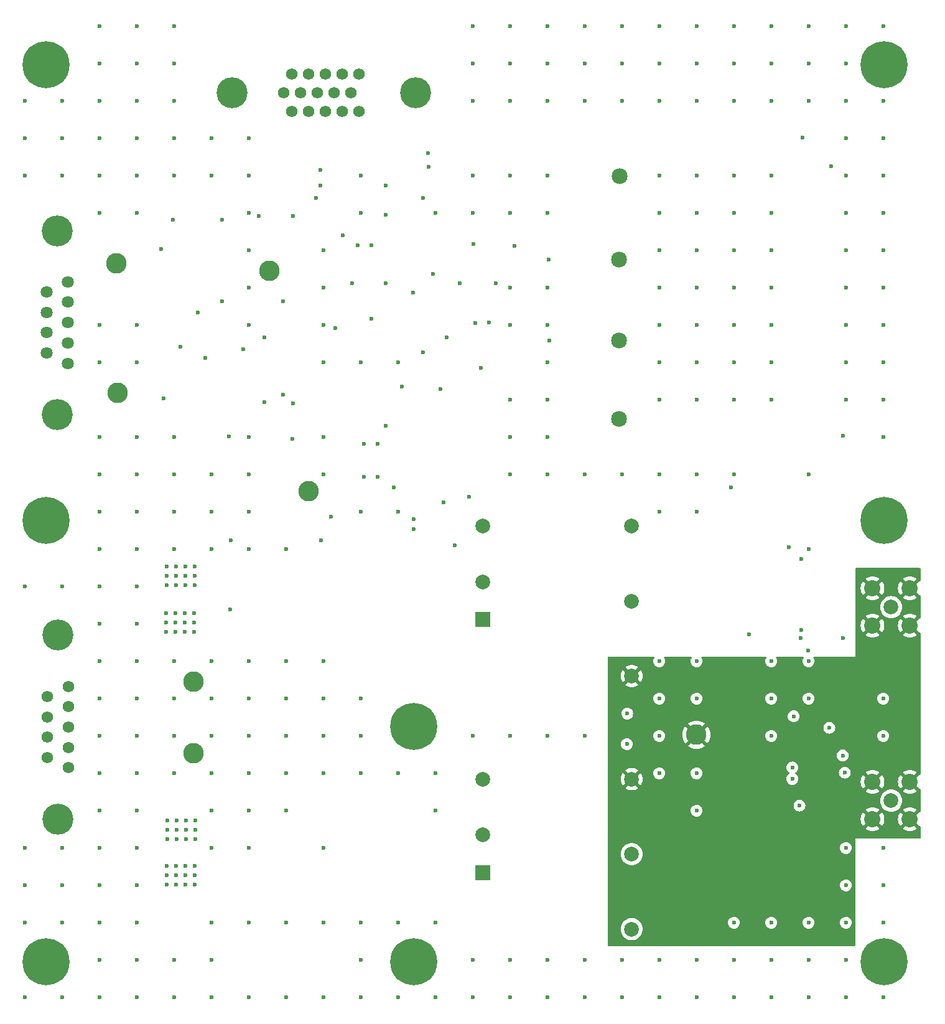
<source format=gbr>
%TF.GenerationSoftware,KiCad,Pcbnew,8.0.6*%
%TF.CreationDate,2025-05-15T16:07:21-04:00*%
%TF.ProjectId,2 - COLD_TPC_P25M5,32202d20-434f-44c4-945f-5450435f5032,rev?*%
%TF.SameCoordinates,Original*%
%TF.FileFunction,Copper,L7,Inr*%
%TF.FilePolarity,Positive*%
%FSLAX46Y46*%
G04 Gerber Fmt 4.6, Leading zero omitted, Abs format (unit mm)*
G04 Created by KiCad (PCBNEW 8.0.6) date 2025-05-15 16:07:21*
%MOMM*%
%LPD*%
G01*
G04 APERTURE LIST*
%TA.AperFunction,ComponentPad*%
%ADD10C,2.800000*%
%TD*%
%TA.AperFunction,ComponentPad*%
%ADD11C,6.400000*%
%TD*%
%TA.AperFunction,ComponentPad*%
%ADD12R,2.000000X2.000000*%
%TD*%
%TA.AperFunction,ComponentPad*%
%ADD13C,2.000000*%
%TD*%
%TA.AperFunction,ComponentPad*%
%ADD14C,2.159000*%
%TD*%
%TA.AperFunction,ComponentPad*%
%ADD15C,1.560000*%
%TD*%
%TA.AperFunction,ComponentPad*%
%ADD16C,4.216000*%
%TD*%
%TA.AperFunction,ComponentPad*%
%ADD17C,1.575000*%
%TD*%
%TA.AperFunction,ComponentPad*%
%ADD18C,1.635000*%
%TD*%
%TA.AperFunction,ComponentPad*%
%ADD19C,2.006600*%
%TD*%
%TA.AperFunction,ComponentPad*%
%ADD20C,2.209800*%
%TD*%
%TA.AperFunction,ViaPad*%
%ADD21C,0.600000*%
%TD*%
G04 APERTURE END LIST*
D10*
%TO.N,/SEC_PWR_RTN*%
%TO.C,+12V_RTN1*%
X155090000Y-149640000D03*
%TD*%
D11*
%TO.N,CHASSIS*%
%TO.C,H5*%
X135000000Y-56000000D03*
%TD*%
%TO.N,CHASSIS*%
%TO.C,H7*%
X249000000Y-118000000D03*
%TD*%
%TO.N,CHASSIS*%
%TO.C,H6*%
X249000000Y-178000000D03*
%TD*%
%TO.N,CHASSIS*%
%TO.C,H3*%
X185000000Y-146000000D03*
%TD*%
D12*
%TO.N,/SiPM/SiPM_LV_Supply/SiPM_LV1/V_POS*%
%TO.C,U4*%
X194395000Y-131470000D03*
D13*
%TO.N,/SiPM/SiPM_LV_Supply/SiPM_LV1/V_RTN*%
X194395000Y-126370000D03*
%TO.N,/SiPM/SiPM_LV_Supply/SiPM_LV/V_Out_RTN*%
X214695000Y-139170000D03*
%TO.N,/SiPM/SiPM_LV_Supply/SiPM_LV1/TRIM*%
X214695000Y-128970000D03*
%TO.N,/SiPM/M5V*%
X214695000Y-118770000D03*
%TO.N,/SiPM/SiPM_LV_Supply/SiPM_LV/Enable*%
X194395000Y-118770000D03*
%TD*%
D14*
%TO.N,Net-(P1-Pad1)*%
%TO.C,P1*%
X212960000Y-93500000D03*
%TD*%
D10*
%TO.N,/P_SEC_TELEM_PWR*%
%TO.C,+5V1*%
X144520000Y-83000000D03*
%TD*%
D14*
%TO.N,Net-(M6-Pad3)*%
%TO.C,P4*%
X213060000Y-71180000D03*
%TD*%
%TO.N,Net-(P3-Pad1)*%
%TO.C,P3*%
X212970000Y-82510000D03*
%TD*%
D15*
%TO.N,/SEC_PWR_RTN*%
%TO.C,J1*%
X138030000Y-140575000D03*
X138030000Y-143345000D03*
%TO.N,unconnected-(J1-Pad3)*%
X138030000Y-146115000D03*
%TO.N,/SEC_PWR_RTN*%
X138030000Y-148885000D03*
X138030000Y-151655000D03*
%TO.N,/SEC_PWR_IN*%
X135190000Y-141960000D03*
X135190000Y-144730000D03*
X135190000Y-147500000D03*
X135190000Y-150270000D03*
D16*
%TO.N,CHASSIS*%
X136610000Y-133615000D03*
X136610000Y-158615000D03*
%TD*%
D10*
%TO.N,/SiPM/SiPM_LV_Supply/SiPM_LV/Enable*%
%TO.C,V_{EN}1*%
X170690000Y-114050000D03*
%TD*%
D17*
%TO.N,/SiPM_LV_Enable-*%
%TO.C,J3*%
X168434000Y-62350000D03*
%TO.N,/SiPM_LV_Enable+*%
X170724000Y-62350000D03*
%TO.N,/P2p5V_TELEM*%
X173014000Y-62350000D03*
%TO.N,/M5p0V_Telem*%
X175304000Y-62350000D03*
%TO.N,/P2p5_I_MON*%
X177594000Y-62350000D03*
%TO.N,/SEC_PWR_TELEM_RTN*%
X167289000Y-59810000D03*
X169579000Y-59810000D03*
X171869000Y-59810000D03*
X174159000Y-59810000D03*
X176449000Y-59810000D03*
%TO.N,/TEMP_TELEM*%
X168434000Y-57270000D03*
%TO.N,/SEC_PWR_TELEM_RTN*%
X170724000Y-57270000D03*
X173014000Y-57270000D03*
X175304000Y-57270000D03*
%TO.N,/M5V_I_MON*%
X177594000Y-57270000D03*
D16*
%TO.N,CHASSIS*%
X185255000Y-59810000D03*
X160265000Y-59810000D03*
%TD*%
D18*
%TO.N,/SEC_PWR_TELEM_RTN*%
%TO.C,J2*%
X137933250Y-96630000D03*
X137933250Y-93860000D03*
%TO.N,unconnected-(J2-Pad3)*%
X137933250Y-91090000D03*
%TO.N,/SEC_PWR_TELEM_RTN*%
X137933250Y-88320000D03*
X137933250Y-85550000D03*
%TO.N,/N_SEC_TELEM_PWR*%
X135093250Y-95245000D03*
X135093250Y-92475000D03*
%TO.N,/P_SEC_TELEM_PWR*%
X135093250Y-89705000D03*
X135093250Y-86935000D03*
D16*
%TO.N,CHASSIS*%
X136513250Y-78590000D03*
X136513250Y-103590000D03*
%TD*%
D11*
%TO.N,CHASSIS*%
%TO.C,H8*%
X135000000Y-118000000D03*
%TD*%
D14*
%TO.N,Net-(M5-Pad3)*%
%TO.C,P2*%
X212960000Y-104170000D03*
%TD*%
D11*
%TO.N,CHASSIS*%
%TO.C,H4*%
X185000000Y-178000000D03*
%TD*%
D19*
%TO.N,/SiPM/SiPM_LV_m5p0V*%
%TO.C,J5*%
X250000000Y-129780000D03*
D20*
%TO.N,/SiPM/SiPM_LV_Supply/SiPM_LV/V_Out_RTN*%
X252540000Y-127240000D03*
X247460000Y-127240000D03*
X247460000Y-132320000D03*
X252540000Y-132320000D03*
%TD*%
D10*
%TO.N,/SEC_PWR_IN*%
%TO.C,+12V1*%
X155090000Y-139890000D03*
%TD*%
%TO.N,/N_SEC_TELEM_PWR*%
%TO.C,-5V1*%
X144690000Y-100630000D03*
%TD*%
D19*
%TO.N,/SiPM/SiPM_LV_p2p5V*%
%TO.C,J4*%
X250000000Y-156110000D03*
D20*
%TO.N,/SiPM/SiPM_LV_Supply/SiPM_LV/V_Out_RTN*%
X252540000Y-153570000D03*
X247460000Y-153570000D03*
X247460000Y-158650000D03*
X252540000Y-158650000D03*
%TD*%
D11*
%TO.N,CHASSIS*%
%TO.C,H2*%
X135000000Y-178000000D03*
%TD*%
%TO.N,CHASSIS*%
%TO.C,H1*%
X249000000Y-56000000D03*
%TD*%
D12*
%TO.N,/SiPM/SiPM_LV_Supply/SiPM_LV/V_POS*%
%TO.C,U3*%
X194387500Y-165890000D03*
D13*
%TO.N,/SiPM/SiPM_LV_Supply/SiPM_LV/V_RTN*%
X194387500Y-160790000D03*
%TO.N,/SiPM/SiPM_LV_Supply/SiPM_LV/V_Out*%
X214687500Y-173590000D03*
%TO.N,/SiPM/SiPM_LV_Supply/SiPM_LV/TRIM*%
X214687500Y-163390000D03*
%TO.N,/SiPM/SiPM_LV_Supply/SiPM_LV/V_Out_RTN*%
X214687500Y-153190000D03*
%TO.N,/SiPM/SiPM_LV_Supply/SiPM_LV/Enable*%
X194387500Y-153190000D03*
%TD*%
D10*
%TO.N,/SEC_PWR_TELEM_RTN*%
%TO.C,Telem_RTN1*%
X165350000Y-84050000D03*
%TD*%
%TO.N,/SiPM/SiPM_LV_Supply/SiPM_LV/V_Out_RTN*%
%TO.C,V_{OUT_RTN}1*%
X223490000Y-147150000D03*
%TD*%
D21*
%TO.N,/SiPM/pV3p3*%
X237680000Y-133980000D03*
X181240000Y-105120000D03*
X181240000Y-76390000D03*
X243400000Y-133990000D03*
X243480000Y-106490000D03*
X181240000Y-72460000D03*
X172310000Y-72450000D03*
X181234150Y-85760000D03*
X243400000Y-149970000D03*
X236550000Y-151610000D03*
X158970000Y-77145000D03*
%TO.N,/SEC_PWR_RTN*%
X154017500Y-158820000D03*
X177800000Y-152400000D03*
X147320000Y-152400000D03*
X213360000Y-111760000D03*
X218440000Y-177800000D03*
X243840000Y-177800000D03*
X147320000Y-167640000D03*
X238760000Y-121920000D03*
X223520000Y-142240000D03*
X152400000Y-137160000D03*
X233680000Y-177800000D03*
X147320000Y-162560000D03*
X147320000Y-132080000D03*
X152635000Y-126775000D03*
X152747500Y-160090000D03*
X218440000Y-116840000D03*
X151365000Y-125505000D03*
X198120000Y-111760000D03*
X208280000Y-182880000D03*
X238760000Y-177800000D03*
X248920000Y-182880000D03*
X193040000Y-177800000D03*
X198120000Y-177800000D03*
X157480000Y-162560000D03*
X172720000Y-172720000D03*
X177800000Y-177800000D03*
X178250000Y-112050000D03*
X142240000Y-157480000D03*
X157480000Y-177800000D03*
X198120000Y-147320000D03*
X182880000Y-152400000D03*
X153905000Y-125505000D03*
X172720000Y-182880000D03*
X152400000Y-147320000D03*
X152400000Y-142240000D03*
X233680000Y-172720000D03*
X238760000Y-182880000D03*
X167640000Y-172720000D03*
X152400000Y-177800000D03*
X152400000Y-152400000D03*
X167640000Y-147320000D03*
X152747500Y-158820000D03*
X155175000Y-124235000D03*
X147320000Y-121920000D03*
X167640000Y-142240000D03*
X167640000Y-137160000D03*
X187960000Y-182880000D03*
X155287500Y-161360000D03*
X132080000Y-182880000D03*
X223520000Y-111760000D03*
X157480000Y-147320000D03*
X172720000Y-152400000D03*
X151365000Y-126775000D03*
X157480000Y-152400000D03*
X198120000Y-182880000D03*
X167640000Y-157480000D03*
X208280000Y-111760000D03*
X187960000Y-157480000D03*
X228600000Y-182880000D03*
X142240000Y-152400000D03*
X208280000Y-177800000D03*
X132080000Y-172720000D03*
X137160000Y-172720000D03*
X248920000Y-162560000D03*
X233680000Y-147320000D03*
X162560000Y-147320000D03*
X132080000Y-127000000D03*
X151477500Y-161360000D03*
X187960000Y-172720000D03*
X233680000Y-137160000D03*
X147320000Y-157480000D03*
X182880000Y-172720000D03*
X218440000Y-137160000D03*
X151477500Y-160090000D03*
X218440000Y-147320000D03*
X142240000Y-182880000D03*
X243840000Y-172720000D03*
X157480000Y-157480000D03*
X193040000Y-147320000D03*
X157480000Y-121920000D03*
X228600000Y-177800000D03*
X147320000Y-177800000D03*
X177800000Y-182880000D03*
X233680000Y-142240000D03*
X142240000Y-167640000D03*
X137160000Y-162560000D03*
X154017500Y-160090000D03*
X180140000Y-112050000D03*
X137160000Y-127000000D03*
X177800000Y-116840000D03*
X177800000Y-147320000D03*
X162560000Y-121920000D03*
X152747500Y-161360000D03*
X223520000Y-182880000D03*
X142240000Y-137160000D03*
X213360000Y-177800000D03*
X218440000Y-152400000D03*
X152400000Y-121920000D03*
X132080000Y-162560000D03*
X162560000Y-182880000D03*
X203200000Y-111760000D03*
X147320000Y-172720000D03*
X142240000Y-147320000D03*
X203200000Y-147320000D03*
X162560000Y-142240000D03*
X203200000Y-182880000D03*
X172720000Y-142240000D03*
X162560000Y-172720000D03*
X157480000Y-182880000D03*
X137160000Y-167640000D03*
X213360000Y-182880000D03*
X152400000Y-182880000D03*
X154017500Y-161360000D03*
X155175000Y-126775000D03*
X147320000Y-182880000D03*
X162560000Y-162560000D03*
X157480000Y-137160000D03*
X147320000Y-137160000D03*
X167640000Y-152400000D03*
X132080000Y-167640000D03*
X228600000Y-111760000D03*
X142240000Y-142240000D03*
X172720000Y-111760000D03*
X153905000Y-126775000D03*
X248920000Y-172720000D03*
X172720000Y-147320000D03*
X223520000Y-177800000D03*
X243840000Y-182880000D03*
X137160000Y-182880000D03*
X218440000Y-111760000D03*
X167640000Y-182880000D03*
X155287500Y-160090000D03*
X218440000Y-182880000D03*
X203200000Y-177800000D03*
X142240000Y-162560000D03*
X153905000Y-124235000D03*
X162560000Y-137160000D03*
X177800000Y-142240000D03*
X223520000Y-152400000D03*
X248920000Y-142240000D03*
X172720000Y-137160000D03*
X223520000Y-116840000D03*
X208280000Y-147320000D03*
X152635000Y-124235000D03*
X238760000Y-172720000D03*
X147320000Y-142240000D03*
X184980000Y-117850000D03*
X142240000Y-177800000D03*
X223520000Y-157480000D03*
X151477500Y-158820000D03*
X152635000Y-125505000D03*
X248920000Y-147320000D03*
X142240000Y-172720000D03*
X218440000Y-142240000D03*
X182880000Y-182880000D03*
X233680000Y-182880000D03*
X167640000Y-121920000D03*
X238760000Y-142240000D03*
X228600000Y-172720000D03*
X243840000Y-162560000D03*
X193040000Y-182880000D03*
X162560000Y-157480000D03*
X243840000Y-167640000D03*
X223520000Y-137160000D03*
X151365000Y-124235000D03*
X182880000Y-116840000D03*
X162560000Y-152400000D03*
X157480000Y-172720000D03*
X142240000Y-132080000D03*
X172720000Y-162560000D03*
X187960000Y-152400000D03*
X147320000Y-127000000D03*
X238760000Y-137160000D03*
X142240000Y-127000000D03*
X142240000Y-121920000D03*
X157480000Y-142240000D03*
X147320000Y-147320000D03*
X177800000Y-172720000D03*
X155175000Y-125505000D03*
X155287500Y-158820000D03*
X248920000Y-167640000D03*
%TO.N,CHASSIS*%
X214040000Y-148430000D03*
X214078000Y-144272000D03*
%TO.N,/SEC_PWR_TELEM_RTN*%
X198120000Y-50800000D03*
X132080000Y-60960000D03*
X152400000Y-55880000D03*
X203200000Y-96520000D03*
X147320000Y-76200000D03*
X203200000Y-86360000D03*
X228600000Y-101600000D03*
X223520000Y-60960000D03*
X243840000Y-91440000D03*
X223520000Y-50800000D03*
X248920000Y-66040000D03*
X198774150Y-80690000D03*
X208280000Y-50800000D03*
X228600000Y-60960000D03*
X238760000Y-60960000D03*
X243840000Y-50800000D03*
X243840000Y-60960000D03*
X213360000Y-55880000D03*
X157480000Y-66040000D03*
X248920000Y-101600000D03*
X157480000Y-71120000D03*
X157480000Y-116840000D03*
X152400000Y-116840000D03*
X203200000Y-106680000D03*
X218440000Y-101600000D03*
X238760000Y-111760000D03*
X233680000Y-91440000D03*
X147320000Y-50800000D03*
X248920000Y-91440000D03*
X218440000Y-86360000D03*
X177434150Y-80580000D03*
X228600000Y-86360000D03*
X223520000Y-101600000D03*
X198120000Y-106680000D03*
X172720000Y-81280000D03*
X142240000Y-71120000D03*
X142240000Y-76200000D03*
X162560000Y-86360000D03*
X162560000Y-76200000D03*
X153260000Y-94345000D03*
X218440000Y-60960000D03*
X198120000Y-101600000D03*
X193040000Y-60960000D03*
X162560000Y-111760000D03*
X233680000Y-50800000D03*
X147320000Y-60960000D03*
X243840000Y-86360000D03*
X147320000Y-106680000D03*
X172720000Y-96520000D03*
X218440000Y-91440000D03*
X233680000Y-60960000D03*
X233680000Y-101600000D03*
X147320000Y-66040000D03*
X152400000Y-111760000D03*
X218440000Y-81280000D03*
X228600000Y-55880000D03*
X203200000Y-101600000D03*
X236550000Y-153160000D03*
X213360000Y-50800000D03*
X223520000Y-76200000D03*
X228600000Y-71120000D03*
X223520000Y-86360000D03*
X218440000Y-50800000D03*
X162560000Y-81280000D03*
X147320000Y-116840000D03*
X248920000Y-81280000D03*
X243840000Y-55880000D03*
X203200000Y-91440000D03*
X152240000Y-77120000D03*
X223520000Y-81280000D03*
X243840000Y-101600000D03*
X194129150Y-97274800D03*
X198120000Y-76200000D03*
X137160000Y-71120000D03*
X152400000Y-66040000D03*
X233680000Y-86360000D03*
X178250000Y-107630000D03*
X233680000Y-55880000D03*
X208280000Y-60960000D03*
X236050000Y-121620000D03*
X132080000Y-71120000D03*
X142240000Y-106680000D03*
X243690000Y-152310000D03*
X203200000Y-60960000D03*
X137160000Y-60960000D03*
X172310000Y-70370000D03*
X176630000Y-85760000D03*
X142240000Y-50800000D03*
X168540000Y-106950000D03*
X159900000Y-106580000D03*
X243840000Y-96520000D03*
X150980000Y-101385000D03*
X157480000Y-111760000D03*
X193040000Y-55880000D03*
X150680000Y-81065000D03*
X203200000Y-55880000D03*
X213360000Y-60960000D03*
X132080000Y-66040000D03*
X162560000Y-106680000D03*
X193040000Y-50800000D03*
X233680000Y-60960000D03*
X193040000Y-71120000D03*
X198120000Y-71120000D03*
X243840000Y-71120000D03*
X155600000Y-89765000D03*
X223520000Y-91440000D03*
X177800000Y-96520000D03*
X228600000Y-91440000D03*
X142240000Y-91440000D03*
X162560000Y-66040000D03*
X248920000Y-76200000D03*
X142240000Y-96520000D03*
X233680000Y-71120000D03*
X237740000Y-132930000D03*
X142240000Y-66040000D03*
X238760000Y-55880000D03*
X172720000Y-91440000D03*
X142240000Y-60960000D03*
X223520000Y-96520000D03*
X248920000Y-106680000D03*
X182880000Y-96520000D03*
X193184150Y-80420000D03*
X152400000Y-106680000D03*
X152400000Y-50800000D03*
X198120000Y-60960000D03*
X228600000Y-96520000D03*
X248920000Y-86360000D03*
X152400000Y-71120000D03*
X243840000Y-66040000D03*
X142240000Y-111760000D03*
X233680000Y-76200000D03*
X172720000Y-106680000D03*
X180140000Y-107630000D03*
X248920000Y-50800000D03*
X198120000Y-55880000D03*
X177800000Y-71120000D03*
X233680000Y-96520000D03*
X230680000Y-133480000D03*
X162560000Y-91440000D03*
X147320000Y-91440000D03*
X203200000Y-71120000D03*
X161820000Y-94695000D03*
X198120000Y-86360000D03*
X142240000Y-55880000D03*
X203200000Y-76200000D03*
X183380000Y-99790000D03*
X137160000Y-66040000D03*
X147320000Y-55880000D03*
X233680000Y-81280000D03*
X238760000Y-50800000D03*
X218440000Y-71120000D03*
X243840000Y-81280000D03*
X218440000Y-55880000D03*
X228600000Y-50800000D03*
X198120000Y-91440000D03*
X248920000Y-96520000D03*
X208280000Y-55880000D03*
X218440000Y-96520000D03*
X195264150Y-91120000D03*
X248920000Y-60960000D03*
X177800000Y-76200000D03*
X162560000Y-116840000D03*
X223520000Y-55880000D03*
X196164150Y-85750000D03*
X147320000Y-111760000D03*
X152400000Y-60960000D03*
X193040000Y-76200000D03*
X187960000Y-76200000D03*
X142240000Y-116840000D03*
X147320000Y-71120000D03*
X162560000Y-71120000D03*
X228600000Y-76200000D03*
X172720000Y-86360000D03*
X147320000Y-96520000D03*
X203200000Y-50800000D03*
X223520000Y-71120000D03*
X228600000Y-81280000D03*
X243840000Y-76200000D03*
X236720000Y-144650000D03*
X218440000Y-76200000D03*
X248920000Y-71120000D03*
%TO.N,/SEC_PWR_IN*%
X152667500Y-166300000D03*
X155115000Y-133150000D03*
X155207500Y-167570000D03*
X153845000Y-130610000D03*
X151305000Y-130610000D03*
X155207500Y-165030000D03*
X153937500Y-165030000D03*
X152667500Y-167570000D03*
X151305000Y-131880000D03*
X153937500Y-167570000D03*
X153845000Y-131880000D03*
X152575000Y-131880000D03*
X151397500Y-167570000D03*
X151397500Y-166300000D03*
X152575000Y-130610000D03*
X152667500Y-165030000D03*
X151305000Y-133150000D03*
X155207500Y-166300000D03*
X153845000Y-133150000D03*
X155115000Y-131880000D03*
X152575000Y-133150000D03*
X151397500Y-165030000D03*
X153937500Y-166300000D03*
X160020000Y-130140000D03*
X160160000Y-120700000D03*
X155115000Y-130610000D03*
%TO.N,Net-(M2-Pad1)*%
X189080000Y-115560000D03*
X173770000Y-117510000D03*
%TO.N,/P2p5V_TELEM*%
X174310000Y-91820000D03*
%TO.N,/M5p0V_Telem*%
X175350000Y-79240000D03*
%TO.N,/TEMP_TELEM*%
X163910000Y-76580000D03*
X168570000Y-102120000D03*
X168570000Y-76570000D03*
%TO.N,Net-(C2-Pad2)*%
X241820000Y-69830000D03*
X187017482Y-69884549D03*
X241580000Y-146200000D03*
%TO.N,/SiPM/P2p5V*%
X187654150Y-84480000D03*
X228180000Y-113530000D03*
X184894150Y-87030000D03*
X182270000Y-113530000D03*
X237515000Y-156785000D03*
%TO.N,/SiPM/M5V*%
X192540000Y-114820000D03*
X179230000Y-90580000D03*
X193394150Y-91130000D03*
X179234150Y-80580000D03*
%TO.N,Net-(U9-OUT)*%
X238740000Y-135680000D03*
%TO.N,Net-(C31-Pad2)*%
X237950000Y-65950000D03*
X237770000Y-123210000D03*
X187000000Y-68050000D03*
%TO.N,/SiPM/SiPM_LV_Supply/SiPM_LV/Enable*%
X184990000Y-119200000D03*
X190600000Y-121430000D03*
X172390000Y-120700000D03*
%TO.N,/P_SEC_TELEM_PWR*%
X203440000Y-93510000D03*
X188670000Y-100170000D03*
X203400000Y-82510200D03*
X167220000Y-88200000D03*
X158971400Y-88205000D03*
X167220000Y-100870000D03*
%TO.N,/SiPM/SiPM_LV_Supply/SiPM_LV_Enable*%
X186280000Y-95110000D03*
X171750000Y-74110000D03*
X186260000Y-74110000D03*
%TO.N,/SiPM/nV3p3*%
X164690000Y-93100000D03*
X164690000Y-101940000D03*
X189480000Y-93100000D03*
X191304150Y-85750000D03*
%TO.N,/N_SEC_TELEM_PWR*%
X156660000Y-95925000D03*
%TO.N,/SiPM/SiPM_LV_Supply/SiPM_LV/V_Out_RTN*%
X227570000Y-156111400D03*
X234827500Y-170857500D03*
X227300000Y-167231400D03*
%TD*%
%TA.AperFunction,Conductor*%
%TO.N,/SiPM/SiPM_LV_Supply/SiPM_LV/V_Out_RTN*%
G36*
X253943039Y-124479685D02*
G01*
X253988794Y-124532489D01*
X254000000Y-124584000D01*
X254000000Y-126169616D01*
X253980315Y-126236655D01*
X253927511Y-126282410D01*
X253871124Y-126293520D01*
X253841208Y-126292342D01*
X253294803Y-126838747D01*
X253294058Y-126836948D01*
X253200937Y-126697583D01*
X253082417Y-126579063D01*
X252943052Y-126485942D01*
X252941251Y-126485196D01*
X253487656Y-125938790D01*
X253486252Y-125937592D01*
X253270858Y-125805599D01*
X253037470Y-125708927D01*
X252791834Y-125649956D01*
X252791835Y-125649956D01*
X252540000Y-125630137D01*
X252288164Y-125649956D01*
X252042529Y-125708927D01*
X251809136Y-125805601D01*
X251593748Y-125937591D01*
X251592342Y-125938790D01*
X252138748Y-126485196D01*
X252136948Y-126485942D01*
X251997583Y-126579063D01*
X251879063Y-126697583D01*
X251785942Y-126836948D01*
X251785196Y-126838748D01*
X251238790Y-126292342D01*
X251237591Y-126293748D01*
X251105601Y-126509136D01*
X251008927Y-126742529D01*
X250949956Y-126988164D01*
X250930137Y-127240000D01*
X250949956Y-127491835D01*
X251008927Y-127737470D01*
X251105599Y-127970858D01*
X251237592Y-128186252D01*
X251238790Y-128187655D01*
X251785195Y-127641250D01*
X251785942Y-127643052D01*
X251879063Y-127782417D01*
X251997583Y-127900937D01*
X252136948Y-127994058D01*
X252138748Y-127994803D01*
X251592343Y-128541208D01*
X251592343Y-128541209D01*
X251593743Y-128542405D01*
X251593750Y-128542410D01*
X251809138Y-128674399D01*
X252042529Y-128771072D01*
X252288165Y-128830043D01*
X252288164Y-128830043D01*
X252540000Y-128849862D01*
X252791835Y-128830043D01*
X253037470Y-128771072D01*
X253270858Y-128674400D01*
X253486256Y-128542404D01*
X253487655Y-128541208D01*
X253487656Y-128541208D01*
X252941251Y-127994803D01*
X252943052Y-127994058D01*
X253082417Y-127900937D01*
X253200937Y-127782417D01*
X253294058Y-127643052D01*
X253294803Y-127641251D01*
X253841207Y-128187655D01*
X253871145Y-128186483D01*
X253938904Y-128203528D01*
X253986691Y-128254500D01*
X254000000Y-128310388D01*
X254000000Y-131249616D01*
X253980315Y-131316655D01*
X253927511Y-131362410D01*
X253871124Y-131373520D01*
X253841208Y-131372342D01*
X253294803Y-131918747D01*
X253294058Y-131916948D01*
X253200937Y-131777583D01*
X253082417Y-131659063D01*
X252943052Y-131565942D01*
X252941251Y-131565196D01*
X253487656Y-131018790D01*
X253486252Y-131017592D01*
X253270858Y-130885599D01*
X253037470Y-130788927D01*
X252791834Y-130729956D01*
X252791835Y-130729956D01*
X252540000Y-130710137D01*
X252288164Y-130729956D01*
X252042529Y-130788927D01*
X251809136Y-130885601D01*
X251593748Y-131017591D01*
X251592342Y-131018790D01*
X252138748Y-131565196D01*
X252136948Y-131565942D01*
X251997583Y-131659063D01*
X251879063Y-131777583D01*
X251785942Y-131916948D01*
X251785196Y-131918748D01*
X251238790Y-131372342D01*
X251237591Y-131373748D01*
X251105601Y-131589136D01*
X251008927Y-131822529D01*
X250949956Y-132068164D01*
X250930137Y-132320000D01*
X250949956Y-132571835D01*
X251008927Y-132817470D01*
X251105599Y-133050858D01*
X251237592Y-133266252D01*
X251238790Y-133267655D01*
X251785195Y-132721250D01*
X251785942Y-132723052D01*
X251879063Y-132862417D01*
X251997583Y-132980937D01*
X252136948Y-133074058D01*
X252138748Y-133074803D01*
X251592343Y-133621208D01*
X251592343Y-133621209D01*
X251593743Y-133622405D01*
X251593750Y-133622410D01*
X251809138Y-133754399D01*
X252042529Y-133851072D01*
X252288165Y-133910043D01*
X252288164Y-133910043D01*
X252540000Y-133929862D01*
X252791835Y-133910043D01*
X253037470Y-133851072D01*
X253270858Y-133754400D01*
X253486256Y-133622404D01*
X253487655Y-133621208D01*
X253487656Y-133621208D01*
X252941251Y-133074803D01*
X252943052Y-133074058D01*
X253082417Y-132980937D01*
X253200937Y-132862417D01*
X253294058Y-132723052D01*
X253294803Y-132721251D01*
X253841207Y-133267655D01*
X253871145Y-133266483D01*
X253938904Y-133283528D01*
X253986691Y-133334500D01*
X254000000Y-133390388D01*
X254000000Y-152499616D01*
X253980315Y-152566655D01*
X253927511Y-152612410D01*
X253871124Y-152623520D01*
X253841208Y-152622342D01*
X253294803Y-153168747D01*
X253294058Y-153166948D01*
X253200937Y-153027583D01*
X253082417Y-152909063D01*
X252943052Y-152815942D01*
X252941251Y-152815196D01*
X253487656Y-152268790D01*
X253486252Y-152267592D01*
X253270858Y-152135599D01*
X253037470Y-152038927D01*
X252791834Y-151979956D01*
X252791835Y-151979956D01*
X252540000Y-151960137D01*
X252288164Y-151979956D01*
X252042529Y-152038927D01*
X251809136Y-152135601D01*
X251593748Y-152267591D01*
X251592342Y-152268790D01*
X252138748Y-152815196D01*
X252136948Y-152815942D01*
X251997583Y-152909063D01*
X251879063Y-153027583D01*
X251785942Y-153166948D01*
X251785196Y-153168748D01*
X251238790Y-152622342D01*
X251237591Y-152623748D01*
X251105601Y-152839136D01*
X251008927Y-153072529D01*
X250949956Y-153318164D01*
X250930137Y-153570000D01*
X250949956Y-153821835D01*
X251008927Y-154067470D01*
X251105599Y-154300858D01*
X251237592Y-154516252D01*
X251238790Y-154517655D01*
X251785195Y-153971250D01*
X251785942Y-153973052D01*
X251879063Y-154112417D01*
X251997583Y-154230937D01*
X252136948Y-154324058D01*
X252138748Y-154324803D01*
X251592343Y-154871208D01*
X251592343Y-154871209D01*
X251593743Y-154872405D01*
X251593750Y-154872410D01*
X251809138Y-155004399D01*
X252042529Y-155101072D01*
X252288165Y-155160043D01*
X252288164Y-155160043D01*
X252540000Y-155179862D01*
X252791835Y-155160043D01*
X253037470Y-155101072D01*
X253270858Y-155004400D01*
X253486256Y-154872404D01*
X253487655Y-154871208D01*
X253487656Y-154871208D01*
X252941251Y-154324803D01*
X252943052Y-154324058D01*
X253082417Y-154230937D01*
X253200937Y-154112417D01*
X253294058Y-153973052D01*
X253294803Y-153971251D01*
X253841207Y-154517655D01*
X253871145Y-154516483D01*
X253938904Y-154533528D01*
X253986691Y-154584500D01*
X254000000Y-154640388D01*
X254000000Y-157579616D01*
X253980315Y-157646655D01*
X253927511Y-157692410D01*
X253871124Y-157703520D01*
X253841208Y-157702342D01*
X253294803Y-158248747D01*
X253294058Y-158246948D01*
X253200937Y-158107583D01*
X253082417Y-157989063D01*
X252943052Y-157895942D01*
X252941251Y-157895196D01*
X253487656Y-157348790D01*
X253486252Y-157347592D01*
X253270858Y-157215599D01*
X253037470Y-157118927D01*
X252791834Y-157059956D01*
X252791835Y-157059956D01*
X252540000Y-157040137D01*
X252288164Y-157059956D01*
X252042529Y-157118927D01*
X251809136Y-157215601D01*
X251593748Y-157347591D01*
X251592342Y-157348790D01*
X252138748Y-157895196D01*
X252136948Y-157895942D01*
X251997583Y-157989063D01*
X251879063Y-158107583D01*
X251785942Y-158246948D01*
X251785196Y-158248748D01*
X251238790Y-157702342D01*
X251237591Y-157703748D01*
X251105601Y-157919136D01*
X251008927Y-158152529D01*
X250949956Y-158398164D01*
X250930137Y-158650000D01*
X250949956Y-158901835D01*
X251008927Y-159147470D01*
X251105599Y-159380858D01*
X251237592Y-159596252D01*
X251238790Y-159597655D01*
X251785195Y-159051250D01*
X251785942Y-159053052D01*
X251879063Y-159192417D01*
X251997583Y-159310937D01*
X252136948Y-159404058D01*
X252138748Y-159404803D01*
X251592343Y-159951208D01*
X251592343Y-159951209D01*
X251593743Y-159952405D01*
X251593750Y-159952410D01*
X251809138Y-160084399D01*
X252042529Y-160181072D01*
X252288165Y-160240043D01*
X252288164Y-160240043D01*
X252540000Y-160259862D01*
X252791835Y-160240043D01*
X253037470Y-160181072D01*
X253270858Y-160084400D01*
X253486256Y-159952404D01*
X253487655Y-159951208D01*
X253487656Y-159951208D01*
X252941251Y-159404803D01*
X252943052Y-159404058D01*
X253082417Y-159310937D01*
X253200937Y-159192417D01*
X253294058Y-159053052D01*
X253294803Y-159051251D01*
X253841207Y-159597655D01*
X253871145Y-159596483D01*
X253938904Y-159613528D01*
X253986691Y-159664500D01*
X254000000Y-159720388D01*
X254000000Y-161166000D01*
X253980315Y-161233039D01*
X253927511Y-161278794D01*
X253876000Y-161290000D01*
X245110000Y-161290000D01*
X245110000Y-175771000D01*
X245090315Y-175838039D01*
X245037511Y-175883794D01*
X244986000Y-175895000D01*
X211579000Y-175895000D01*
X211511961Y-175875315D01*
X211466206Y-175822511D01*
X211455000Y-175771000D01*
X211455000Y-173589994D01*
X213181857Y-173589994D01*
X213181857Y-173590005D01*
X213202390Y-173837812D01*
X213202392Y-173837824D01*
X213263436Y-174078881D01*
X213363326Y-174306606D01*
X213499333Y-174514782D01*
X213499336Y-174514785D01*
X213667756Y-174697738D01*
X213863991Y-174850474D01*
X214082690Y-174968828D01*
X214317886Y-175049571D01*
X214563165Y-175090500D01*
X214811835Y-175090500D01*
X215057114Y-175049571D01*
X215292310Y-174968828D01*
X215511009Y-174850474D01*
X215707244Y-174697738D01*
X215875664Y-174514785D01*
X216011673Y-174306607D01*
X216111563Y-174078881D01*
X216172608Y-173837821D01*
X216193143Y-173590000D01*
X216186130Y-173505369D01*
X216172609Y-173342187D01*
X216172607Y-173342175D01*
X216111563Y-173101118D01*
X216011673Y-172873393D01*
X215911455Y-172719996D01*
X227794435Y-172719996D01*
X227794435Y-172720003D01*
X227814630Y-172899249D01*
X227814631Y-172899254D01*
X227874211Y-173069523D01*
X227970184Y-173222262D01*
X228097738Y-173349816D01*
X228250478Y-173445789D01*
X228420745Y-173505368D01*
X228420750Y-173505369D01*
X228599996Y-173525565D01*
X228600000Y-173525565D01*
X228600004Y-173525565D01*
X228779249Y-173505369D01*
X228779252Y-173505368D01*
X228779255Y-173505368D01*
X228949522Y-173445789D01*
X229102262Y-173349816D01*
X229229816Y-173222262D01*
X229325789Y-173069522D01*
X229385368Y-172899255D01*
X229405565Y-172720000D01*
X229405565Y-172719996D01*
X232874435Y-172719996D01*
X232874435Y-172720003D01*
X232894630Y-172899249D01*
X232894631Y-172899254D01*
X232954211Y-173069523D01*
X233050184Y-173222262D01*
X233177738Y-173349816D01*
X233330478Y-173445789D01*
X233500745Y-173505368D01*
X233500750Y-173505369D01*
X233679996Y-173525565D01*
X233680000Y-173525565D01*
X233680004Y-173525565D01*
X233859249Y-173505369D01*
X233859252Y-173505368D01*
X233859255Y-173505368D01*
X234029522Y-173445789D01*
X234182262Y-173349816D01*
X234309816Y-173222262D01*
X234405789Y-173069522D01*
X234465368Y-172899255D01*
X234485565Y-172720000D01*
X234485565Y-172719996D01*
X237954435Y-172719996D01*
X237954435Y-172720003D01*
X237974630Y-172899249D01*
X237974631Y-172899254D01*
X238034211Y-173069523D01*
X238130184Y-173222262D01*
X238257738Y-173349816D01*
X238410478Y-173445789D01*
X238580745Y-173505368D01*
X238580750Y-173505369D01*
X238759996Y-173525565D01*
X238760000Y-173525565D01*
X238760004Y-173525565D01*
X238939249Y-173505369D01*
X238939252Y-173505368D01*
X238939255Y-173505368D01*
X239109522Y-173445789D01*
X239262262Y-173349816D01*
X239389816Y-173222262D01*
X239485789Y-173069522D01*
X239545368Y-172899255D01*
X239565565Y-172720000D01*
X239565565Y-172719996D01*
X243034435Y-172719996D01*
X243034435Y-172720003D01*
X243054630Y-172899249D01*
X243054631Y-172899254D01*
X243114211Y-173069523D01*
X243210184Y-173222262D01*
X243337738Y-173349816D01*
X243490478Y-173445789D01*
X243660745Y-173505368D01*
X243660750Y-173505369D01*
X243839996Y-173525565D01*
X243840000Y-173525565D01*
X243840004Y-173525565D01*
X244019249Y-173505369D01*
X244019252Y-173505368D01*
X244019255Y-173505368D01*
X244189522Y-173445789D01*
X244342262Y-173349816D01*
X244469816Y-173222262D01*
X244565789Y-173069522D01*
X244625368Y-172899255D01*
X244645565Y-172720000D01*
X244639392Y-172665217D01*
X244625369Y-172540750D01*
X244625368Y-172540745D01*
X244604904Y-172482262D01*
X244565789Y-172370478D01*
X244469816Y-172217738D01*
X244342262Y-172090184D01*
X244341173Y-172089500D01*
X244189523Y-171994211D01*
X244019254Y-171934631D01*
X244019249Y-171934630D01*
X243840004Y-171914435D01*
X243839996Y-171914435D01*
X243660750Y-171934630D01*
X243660745Y-171934631D01*
X243490476Y-171994211D01*
X243337737Y-172090184D01*
X243210184Y-172217737D01*
X243114211Y-172370476D01*
X243054631Y-172540745D01*
X243054630Y-172540750D01*
X243034435Y-172719996D01*
X239565565Y-172719996D01*
X239559392Y-172665217D01*
X239545369Y-172540750D01*
X239545368Y-172540745D01*
X239524904Y-172482262D01*
X239485789Y-172370478D01*
X239389816Y-172217738D01*
X239262262Y-172090184D01*
X239261173Y-172089500D01*
X239109523Y-171994211D01*
X238939254Y-171934631D01*
X238939249Y-171934630D01*
X238760004Y-171914435D01*
X238759996Y-171914435D01*
X238580750Y-171934630D01*
X238580745Y-171934631D01*
X238410476Y-171994211D01*
X238257737Y-172090184D01*
X238130184Y-172217737D01*
X238034211Y-172370476D01*
X237974631Y-172540745D01*
X237974630Y-172540750D01*
X237954435Y-172719996D01*
X234485565Y-172719996D01*
X234479392Y-172665217D01*
X234465369Y-172540750D01*
X234465368Y-172540745D01*
X234444904Y-172482262D01*
X234405789Y-172370478D01*
X234309816Y-172217738D01*
X234182262Y-172090184D01*
X234181173Y-172089500D01*
X234029523Y-171994211D01*
X233859254Y-171934631D01*
X233859249Y-171934630D01*
X233680004Y-171914435D01*
X233679996Y-171914435D01*
X233500750Y-171934630D01*
X233500745Y-171934631D01*
X233330476Y-171994211D01*
X233177737Y-172090184D01*
X233050184Y-172217737D01*
X232954211Y-172370476D01*
X232894631Y-172540745D01*
X232894630Y-172540750D01*
X232874435Y-172719996D01*
X229405565Y-172719996D01*
X229399392Y-172665217D01*
X229385369Y-172540750D01*
X229385368Y-172540745D01*
X229364904Y-172482262D01*
X229325789Y-172370478D01*
X229229816Y-172217738D01*
X229102262Y-172090184D01*
X229101173Y-172089500D01*
X228949523Y-171994211D01*
X228779254Y-171934631D01*
X228779249Y-171934630D01*
X228600004Y-171914435D01*
X228599996Y-171914435D01*
X228420750Y-171934630D01*
X228420745Y-171934631D01*
X228250476Y-171994211D01*
X228097737Y-172090184D01*
X227970184Y-172217737D01*
X227874211Y-172370476D01*
X227814631Y-172540745D01*
X227814630Y-172540750D01*
X227794435Y-172719996D01*
X215911455Y-172719996D01*
X215875666Y-172665217D01*
X215854057Y-172641744D01*
X215707244Y-172482262D01*
X215511009Y-172329526D01*
X215511007Y-172329525D01*
X215511006Y-172329524D01*
X215292311Y-172211172D01*
X215292302Y-172211169D01*
X215057116Y-172130429D01*
X214811835Y-172089500D01*
X214563165Y-172089500D01*
X214317883Y-172130429D01*
X214082697Y-172211169D01*
X214082688Y-172211172D01*
X213863993Y-172329524D01*
X213667757Y-172482261D01*
X213499333Y-172665217D01*
X213363326Y-172873393D01*
X213263436Y-173101118D01*
X213202392Y-173342175D01*
X213202390Y-173342187D01*
X213181857Y-173589994D01*
X211455000Y-173589994D01*
X211455000Y-167639996D01*
X243034435Y-167639996D01*
X243034435Y-167640003D01*
X243054630Y-167819249D01*
X243054631Y-167819254D01*
X243114211Y-167989523D01*
X243210184Y-168142262D01*
X243337738Y-168269816D01*
X243490478Y-168365789D01*
X243660745Y-168425368D01*
X243660750Y-168425369D01*
X243839996Y-168445565D01*
X243840000Y-168445565D01*
X243840004Y-168445565D01*
X244019249Y-168425369D01*
X244019252Y-168425368D01*
X244019255Y-168425368D01*
X244189522Y-168365789D01*
X244342262Y-168269816D01*
X244469816Y-168142262D01*
X244565789Y-167989522D01*
X244625368Y-167819255D01*
X244645565Y-167640000D01*
X244625368Y-167460745D01*
X244565789Y-167290478D01*
X244469816Y-167137738D01*
X244342262Y-167010184D01*
X244189523Y-166914211D01*
X244019254Y-166854631D01*
X244019249Y-166854630D01*
X243840004Y-166834435D01*
X243839996Y-166834435D01*
X243660750Y-166854630D01*
X243660745Y-166854631D01*
X243490476Y-166914211D01*
X243337737Y-167010184D01*
X243210184Y-167137737D01*
X243114211Y-167290476D01*
X243054631Y-167460745D01*
X243054630Y-167460750D01*
X243034435Y-167639996D01*
X211455000Y-167639996D01*
X211455000Y-163389994D01*
X213181857Y-163389994D01*
X213181857Y-163390005D01*
X213202390Y-163637812D01*
X213202392Y-163637824D01*
X213263436Y-163878881D01*
X213363326Y-164106606D01*
X213499333Y-164314782D01*
X213499336Y-164314785D01*
X213667756Y-164497738D01*
X213863991Y-164650474D01*
X214082690Y-164768828D01*
X214317886Y-164849571D01*
X214563165Y-164890500D01*
X214811835Y-164890500D01*
X215057114Y-164849571D01*
X215292310Y-164768828D01*
X215511009Y-164650474D01*
X215707244Y-164497738D01*
X215875664Y-164314785D01*
X216011673Y-164106607D01*
X216111563Y-163878881D01*
X216172608Y-163637821D01*
X216193143Y-163390000D01*
X216191118Y-163365565D01*
X216172609Y-163142187D01*
X216172607Y-163142175D01*
X216111563Y-162901118D01*
X216011673Y-162673393D01*
X215937588Y-162559996D01*
X243034435Y-162559996D01*
X243034435Y-162560003D01*
X243054630Y-162739249D01*
X243054631Y-162739254D01*
X243114211Y-162909523D01*
X243210184Y-163062262D01*
X243337738Y-163189816D01*
X243490478Y-163285789D01*
X243660745Y-163345368D01*
X243660750Y-163345369D01*
X243839996Y-163365565D01*
X243840000Y-163365565D01*
X243840004Y-163365565D01*
X244019249Y-163345369D01*
X244019252Y-163345368D01*
X244019255Y-163345368D01*
X244189522Y-163285789D01*
X244342262Y-163189816D01*
X244469816Y-163062262D01*
X244565789Y-162909522D01*
X244625368Y-162739255D01*
X244645565Y-162560000D01*
X244634885Y-162465215D01*
X244625369Y-162380750D01*
X244625368Y-162380745D01*
X244565788Y-162210476D01*
X244469815Y-162057737D01*
X244342262Y-161930184D01*
X244189523Y-161834211D01*
X244019254Y-161774631D01*
X244019249Y-161774630D01*
X243840004Y-161754435D01*
X243839996Y-161754435D01*
X243660750Y-161774630D01*
X243660745Y-161774631D01*
X243490476Y-161834211D01*
X243337737Y-161930184D01*
X243210184Y-162057737D01*
X243114211Y-162210476D01*
X243054631Y-162380745D01*
X243054630Y-162380750D01*
X243034435Y-162559996D01*
X215937588Y-162559996D01*
X215875666Y-162465217D01*
X215854057Y-162441744D01*
X215707244Y-162282262D01*
X215511009Y-162129526D01*
X215511007Y-162129525D01*
X215511006Y-162129524D01*
X215292311Y-162011172D01*
X215292302Y-162011169D01*
X215057116Y-161930429D01*
X214811835Y-161889500D01*
X214563165Y-161889500D01*
X214317883Y-161930429D01*
X214082697Y-162011169D01*
X214082688Y-162011172D01*
X213863993Y-162129524D01*
X213667757Y-162282261D01*
X213499333Y-162465217D01*
X213363326Y-162673393D01*
X213263436Y-162901118D01*
X213202392Y-163142175D01*
X213202390Y-163142187D01*
X213181857Y-163389994D01*
X211455000Y-163389994D01*
X211455000Y-158650000D01*
X245850137Y-158650000D01*
X245869956Y-158901835D01*
X245928927Y-159147470D01*
X246025599Y-159380858D01*
X246157592Y-159596252D01*
X246158790Y-159597655D01*
X246705195Y-159051250D01*
X246705942Y-159053052D01*
X246799063Y-159192417D01*
X246917583Y-159310937D01*
X247056948Y-159404058D01*
X247058748Y-159404803D01*
X246512343Y-159951208D01*
X246512343Y-159951209D01*
X246513743Y-159952405D01*
X246513750Y-159952410D01*
X246729138Y-160084399D01*
X246962529Y-160181072D01*
X247208165Y-160240043D01*
X247208164Y-160240043D01*
X247460000Y-160259862D01*
X247711835Y-160240043D01*
X247957470Y-160181072D01*
X248190858Y-160084400D01*
X248406256Y-159952404D01*
X248407655Y-159951208D01*
X248407656Y-159951208D01*
X247861251Y-159404803D01*
X247863052Y-159404058D01*
X248002417Y-159310937D01*
X248120937Y-159192417D01*
X248214058Y-159053052D01*
X248214803Y-159051251D01*
X248761208Y-159597656D01*
X248761208Y-159597655D01*
X248762404Y-159596256D01*
X248894400Y-159380858D01*
X248991072Y-159147470D01*
X249050043Y-158901835D01*
X249069862Y-158650000D01*
X249050043Y-158398164D01*
X248991072Y-158152529D01*
X248894399Y-157919138D01*
X248762410Y-157703750D01*
X248762405Y-157703743D01*
X248761209Y-157702343D01*
X248761208Y-157702343D01*
X248214803Y-158248747D01*
X248214058Y-158246948D01*
X248120937Y-158107583D01*
X248002417Y-157989063D01*
X247863052Y-157895942D01*
X247861251Y-157895196D01*
X248407656Y-157348790D01*
X248406252Y-157347592D01*
X248190858Y-157215599D01*
X247957470Y-157118927D01*
X247711834Y-157059956D01*
X247711835Y-157059956D01*
X247460000Y-157040137D01*
X247208164Y-157059956D01*
X246962529Y-157118927D01*
X246729136Y-157215601D01*
X246513748Y-157347591D01*
X246512342Y-157348790D01*
X247058748Y-157895196D01*
X247056948Y-157895942D01*
X246917583Y-157989063D01*
X246799063Y-158107583D01*
X246705942Y-158246948D01*
X246705196Y-158248748D01*
X246158790Y-157702342D01*
X246157591Y-157703748D01*
X246025601Y-157919136D01*
X245928927Y-158152529D01*
X245869956Y-158398164D01*
X245850137Y-158650000D01*
X211455000Y-158650000D01*
X211455000Y-157479996D01*
X222714435Y-157479996D01*
X222714435Y-157480003D01*
X222734630Y-157659249D01*
X222734631Y-157659254D01*
X222794211Y-157829523D01*
X222890184Y-157982262D01*
X223017738Y-158109816D01*
X223170478Y-158205789D01*
X223288104Y-158246948D01*
X223340745Y-158265368D01*
X223340750Y-158265369D01*
X223519996Y-158285565D01*
X223520000Y-158285565D01*
X223520004Y-158285565D01*
X223699249Y-158265369D01*
X223699252Y-158265368D01*
X223699255Y-158265368D01*
X223869522Y-158205789D01*
X224022262Y-158109816D01*
X224149816Y-157982262D01*
X224245789Y-157829522D01*
X224305368Y-157659255D01*
X224312058Y-157599878D01*
X224325565Y-157480003D01*
X224325565Y-157479996D01*
X224305369Y-157300750D01*
X224305368Y-157300745D01*
X224261940Y-157176635D01*
X224245789Y-157130478D01*
X224149816Y-156977738D01*
X224022262Y-156850184D01*
X223918517Y-156784996D01*
X236709435Y-156784996D01*
X236709435Y-156785003D01*
X236729630Y-156964249D01*
X236729631Y-156964254D01*
X236789211Y-157134523D01*
X236815672Y-157176635D01*
X236885184Y-157287262D01*
X237012738Y-157414816D01*
X237165478Y-157510789D01*
X237335745Y-157570368D01*
X237335750Y-157570369D01*
X237514996Y-157590565D01*
X237515000Y-157590565D01*
X237515004Y-157590565D01*
X237694249Y-157570369D01*
X237694252Y-157570368D01*
X237694255Y-157570368D01*
X237864522Y-157510789D01*
X238017262Y-157414816D01*
X238144816Y-157287262D01*
X238240789Y-157134522D01*
X238300368Y-156964255D01*
X238313221Y-156850184D01*
X238320565Y-156785003D01*
X238320565Y-156784996D01*
X238300369Y-156605750D01*
X238300368Y-156605745D01*
X238240788Y-156435476D01*
X238144815Y-156282737D01*
X238017262Y-156155184D01*
X237945353Y-156110000D01*
X248491550Y-156110000D01*
X248510122Y-156345977D01*
X248565378Y-156576136D01*
X248655960Y-156794822D01*
X248779634Y-156996640D01*
X248779635Y-156996641D01*
X248779636Y-156996643D01*
X248779638Y-156996645D01*
X248933365Y-157176635D01*
X249113355Y-157330362D01*
X249113357Y-157330363D01*
X249113358Y-157330364D01*
X249113359Y-157330365D01*
X249315177Y-157454039D01*
X249452185Y-157510789D01*
X249533863Y-157544621D01*
X249764026Y-157599878D01*
X250000000Y-157618450D01*
X250235974Y-157599878D01*
X250466137Y-157544621D01*
X250684822Y-157454039D01*
X250886645Y-157330362D01*
X251066635Y-157176635D01*
X251220362Y-156996645D01*
X251344039Y-156794822D01*
X251434621Y-156576137D01*
X251489878Y-156345974D01*
X251508450Y-156110000D01*
X251489878Y-155874026D01*
X251434621Y-155643863D01*
X251344039Y-155425178D01*
X251344039Y-155425177D01*
X251220365Y-155223359D01*
X251220364Y-155223358D01*
X251220363Y-155223357D01*
X251220362Y-155223355D01*
X251066635Y-155043365D01*
X250886645Y-154889638D01*
X250886643Y-154889636D01*
X250886641Y-154889635D01*
X250886640Y-154889634D01*
X250684822Y-154765960D01*
X250466136Y-154675378D01*
X250235977Y-154620122D01*
X250000000Y-154601550D01*
X249764022Y-154620122D01*
X249533863Y-154675378D01*
X249315177Y-154765960D01*
X249113359Y-154889634D01*
X249113358Y-154889635D01*
X248933365Y-155043365D01*
X248779635Y-155223358D01*
X248779634Y-155223359D01*
X248655960Y-155425177D01*
X248565378Y-155643863D01*
X248510122Y-155874022D01*
X248491550Y-156110000D01*
X237945353Y-156110000D01*
X237864523Y-156059211D01*
X237694254Y-155999631D01*
X237694249Y-155999630D01*
X237515004Y-155979435D01*
X237514996Y-155979435D01*
X237335750Y-155999630D01*
X237335745Y-155999631D01*
X237165476Y-156059211D01*
X237012737Y-156155184D01*
X236885184Y-156282737D01*
X236789211Y-156435476D01*
X236729631Y-156605745D01*
X236729630Y-156605750D01*
X236709435Y-156784996D01*
X223918517Y-156784996D01*
X223869523Y-156754211D01*
X223699254Y-156694631D01*
X223699249Y-156694630D01*
X223520004Y-156674435D01*
X223519996Y-156674435D01*
X223340750Y-156694630D01*
X223340745Y-156694631D01*
X223170476Y-156754211D01*
X223017737Y-156850184D01*
X222890184Y-156977737D01*
X222794211Y-157130476D01*
X222734631Y-157300745D01*
X222734630Y-157300750D01*
X222714435Y-157479996D01*
X211455000Y-157479996D01*
X211455000Y-153189994D01*
X213182359Y-153189994D01*
X213182359Y-153190005D01*
X213202885Y-153437729D01*
X213202887Y-153437738D01*
X213263912Y-153678717D01*
X213363766Y-153906364D01*
X213464064Y-154059882D01*
X214086458Y-153437488D01*
X214111478Y-153497890D01*
X214182612Y-153604351D01*
X214273149Y-153694888D01*
X214379610Y-153766022D01*
X214440011Y-153791041D01*
X213817442Y-154413609D01*
X213864268Y-154450055D01*
X213864270Y-154450056D01*
X214082885Y-154568364D01*
X214082896Y-154568369D01*
X214318006Y-154649083D01*
X214563207Y-154690000D01*
X214811793Y-154690000D01*
X215056993Y-154649083D01*
X215292103Y-154568369D01*
X215292114Y-154568364D01*
X215510728Y-154450057D01*
X215510731Y-154450055D01*
X215557556Y-154413609D01*
X214934988Y-153791041D01*
X214995390Y-153766022D01*
X215101851Y-153694888D01*
X215192388Y-153604351D01*
X215263522Y-153497890D01*
X215288541Y-153437489D01*
X215910934Y-154059882D01*
X216011231Y-153906369D01*
X216111087Y-153678717D01*
X216172112Y-153437738D01*
X216172114Y-153437729D01*
X216192641Y-153190005D01*
X216192641Y-153189994D01*
X216172114Y-152942270D01*
X216172112Y-152942261D01*
X216111087Y-152701282D01*
X216011231Y-152473630D01*
X215963123Y-152399996D01*
X217634435Y-152399996D01*
X217634435Y-152400003D01*
X217654630Y-152579249D01*
X217654631Y-152579254D01*
X217714211Y-152749523D01*
X217797522Y-152882110D01*
X217810184Y-152902262D01*
X217937738Y-153029816D01*
X217947244Y-153035789D01*
X218074206Y-153115565D01*
X218090478Y-153125789D01*
X218188256Y-153160003D01*
X218260745Y-153185368D01*
X218260750Y-153185369D01*
X218439996Y-153205565D01*
X218440000Y-153205565D01*
X218440004Y-153205565D01*
X218619249Y-153185369D01*
X218619252Y-153185368D01*
X218619255Y-153185368D01*
X218789522Y-153125789D01*
X218942262Y-153029816D01*
X219069816Y-152902262D01*
X219165789Y-152749522D01*
X219225368Y-152579255D01*
X219234341Y-152499616D01*
X219245565Y-152400003D01*
X219245565Y-152399996D01*
X222714435Y-152399996D01*
X222714435Y-152400003D01*
X222734630Y-152579249D01*
X222734631Y-152579254D01*
X222794211Y-152749523D01*
X222877522Y-152882110D01*
X222890184Y-152902262D01*
X223017738Y-153029816D01*
X223027244Y-153035789D01*
X223154206Y-153115565D01*
X223170478Y-153125789D01*
X223268256Y-153160003D01*
X223340745Y-153185368D01*
X223340750Y-153185369D01*
X223519996Y-153205565D01*
X223520000Y-153205565D01*
X223520004Y-153205565D01*
X223699249Y-153185369D01*
X223699252Y-153185368D01*
X223699255Y-153185368D01*
X223869522Y-153125789D01*
X224022262Y-153029816D01*
X224149816Y-152902262D01*
X224245789Y-152749522D01*
X224305368Y-152579255D01*
X224314341Y-152499616D01*
X224325565Y-152400003D01*
X224325565Y-152399996D01*
X224305369Y-152220750D01*
X224305368Y-152220745D01*
X224273877Y-152130750D01*
X224245789Y-152050478D01*
X224149816Y-151897738D01*
X224022262Y-151770184D01*
X223869523Y-151674211D01*
X223699254Y-151614631D01*
X223699249Y-151614630D01*
X223658119Y-151609996D01*
X235744435Y-151609996D01*
X235744435Y-151610003D01*
X235764630Y-151789249D01*
X235764631Y-151789254D01*
X235824211Y-151959523D01*
X235920184Y-152112262D01*
X236047738Y-152239816D01*
X236091942Y-152267591D01*
X236111700Y-152280006D01*
X236157991Y-152332341D01*
X236168639Y-152401395D01*
X236140264Y-152465243D01*
X236111700Y-152489994D01*
X236047737Y-152530184D01*
X235920184Y-152657737D01*
X235824211Y-152810476D01*
X235764631Y-152980745D01*
X235764630Y-152980750D01*
X235744435Y-153159996D01*
X235744435Y-153160003D01*
X235764630Y-153339249D01*
X235764631Y-153339254D01*
X235824211Y-153509523D01*
X235883796Y-153604351D01*
X235920184Y-153662262D01*
X236047738Y-153789816D01*
X236200478Y-153885789D01*
X236370745Y-153945368D01*
X236370750Y-153945369D01*
X236549996Y-153965565D01*
X236550000Y-153965565D01*
X236550004Y-153965565D01*
X236729249Y-153945369D01*
X236729252Y-153945368D01*
X236729255Y-153945368D01*
X236899522Y-153885789D01*
X237052262Y-153789816D01*
X237179816Y-153662262D01*
X237237788Y-153570000D01*
X245850137Y-153570000D01*
X245869956Y-153821835D01*
X245928927Y-154067470D01*
X246025599Y-154300858D01*
X246157592Y-154516252D01*
X246158790Y-154517655D01*
X246705195Y-153971250D01*
X246705942Y-153973052D01*
X246799063Y-154112417D01*
X246917583Y-154230937D01*
X247056948Y-154324058D01*
X247058748Y-154324803D01*
X246512343Y-154871208D01*
X246512343Y-154871209D01*
X246513743Y-154872405D01*
X246513750Y-154872410D01*
X246729138Y-155004399D01*
X246962529Y-155101072D01*
X247208165Y-155160043D01*
X247208164Y-155160043D01*
X247460000Y-155179862D01*
X247711835Y-155160043D01*
X247957470Y-155101072D01*
X248190858Y-155004400D01*
X248406256Y-154872404D01*
X248407655Y-154871208D01*
X248407656Y-154871208D01*
X247861251Y-154324803D01*
X247863052Y-154324058D01*
X248002417Y-154230937D01*
X248120937Y-154112417D01*
X248214058Y-153973052D01*
X248214803Y-153971251D01*
X248761208Y-154517656D01*
X248761208Y-154517655D01*
X248762404Y-154516256D01*
X248894400Y-154300858D01*
X248991072Y-154067470D01*
X249050043Y-153821835D01*
X249069862Y-153570000D01*
X249050043Y-153318164D01*
X248991072Y-153072529D01*
X248894399Y-152839138D01*
X248762410Y-152623750D01*
X248762405Y-152623743D01*
X248761209Y-152622343D01*
X248761208Y-152622343D01*
X248214803Y-153168747D01*
X248214058Y-153166948D01*
X248120937Y-153027583D01*
X248002417Y-152909063D01*
X247863052Y-152815942D01*
X247861251Y-152815196D01*
X248407656Y-152268790D01*
X248406252Y-152267592D01*
X248190858Y-152135599D01*
X247957470Y-152038927D01*
X247711834Y-151979956D01*
X247711835Y-151979956D01*
X247460000Y-151960137D01*
X247208164Y-151979956D01*
X246962529Y-152038927D01*
X246729136Y-152135601D01*
X246513748Y-152267591D01*
X246512342Y-152268790D01*
X247058748Y-152815196D01*
X247056948Y-152815942D01*
X246917583Y-152909063D01*
X246799063Y-153027583D01*
X246705942Y-153166948D01*
X246705196Y-153168748D01*
X246158790Y-152622342D01*
X246157591Y-152623748D01*
X246025601Y-152839136D01*
X245928927Y-153072529D01*
X245869956Y-153318164D01*
X245850137Y-153570000D01*
X237237788Y-153570000D01*
X237275789Y-153509522D01*
X237335368Y-153339255D01*
X237335369Y-153339249D01*
X237355565Y-153160003D01*
X237355565Y-153159996D01*
X237335369Y-152980750D01*
X237335368Y-152980745D01*
X237310285Y-152909063D01*
X237275789Y-152810478D01*
X237253904Y-152775649D01*
X237218372Y-152719100D01*
X237179816Y-152657738D01*
X237052262Y-152530184D01*
X236988297Y-152489992D01*
X236942008Y-152437660D01*
X236931359Y-152368606D01*
X236957406Y-152309996D01*
X242884435Y-152309996D01*
X242884435Y-152310003D01*
X242904630Y-152489249D01*
X242904631Y-152489254D01*
X242964211Y-152659523D01*
X243059062Y-152810476D01*
X243060184Y-152812262D01*
X243187738Y-152939816D01*
X243340478Y-153035789D01*
X243445475Y-153072529D01*
X243510745Y-153095368D01*
X243510750Y-153095369D01*
X243689996Y-153115565D01*
X243690000Y-153115565D01*
X243690004Y-153115565D01*
X243869249Y-153095369D01*
X243869252Y-153095368D01*
X243869255Y-153095368D01*
X244039522Y-153035789D01*
X244192262Y-152939816D01*
X244319816Y-152812262D01*
X244415789Y-152659522D01*
X244475368Y-152489255D01*
X244475369Y-152489249D01*
X244495565Y-152310003D01*
X244495565Y-152309996D01*
X244475369Y-152130750D01*
X244475368Y-152130745D01*
X244415789Y-151960478D01*
X244415188Y-151959522D01*
X244376366Y-151897737D01*
X244319816Y-151807738D01*
X244192262Y-151680184D01*
X244087937Y-151614632D01*
X244039523Y-151584211D01*
X243869254Y-151524631D01*
X243869249Y-151524630D01*
X243690004Y-151504435D01*
X243689996Y-151504435D01*
X243510750Y-151524630D01*
X243510745Y-151524631D01*
X243340476Y-151584211D01*
X243187737Y-151680184D01*
X243060184Y-151807737D01*
X242964211Y-151960476D01*
X242904631Y-152130745D01*
X242904630Y-152130750D01*
X242884435Y-152309996D01*
X236957406Y-152309996D01*
X236959734Y-152304758D01*
X236988296Y-152280008D01*
X237052262Y-152239816D01*
X237179816Y-152112262D01*
X237275789Y-151959522D01*
X237335368Y-151789255D01*
X237341941Y-151730916D01*
X237355565Y-151610003D01*
X237355565Y-151609996D01*
X237335369Y-151430750D01*
X237335368Y-151430745D01*
X237275788Y-151260476D01*
X237179815Y-151107737D01*
X237052262Y-150980184D01*
X236899523Y-150884211D01*
X236729254Y-150824631D01*
X236729249Y-150824630D01*
X236550004Y-150804435D01*
X236549996Y-150804435D01*
X236370750Y-150824630D01*
X236370745Y-150824631D01*
X236200476Y-150884211D01*
X236047737Y-150980184D01*
X235920184Y-151107737D01*
X235824211Y-151260476D01*
X235764631Y-151430745D01*
X235764630Y-151430750D01*
X235744435Y-151609996D01*
X223658119Y-151609996D01*
X223520004Y-151594435D01*
X223519996Y-151594435D01*
X223340750Y-151614630D01*
X223340745Y-151614631D01*
X223170476Y-151674211D01*
X223017737Y-151770184D01*
X222890184Y-151897737D01*
X222794211Y-152050476D01*
X222734631Y-152220745D01*
X222734630Y-152220750D01*
X222714435Y-152399996D01*
X219245565Y-152399996D01*
X219225369Y-152220750D01*
X219225368Y-152220745D01*
X219193877Y-152130750D01*
X219165789Y-152050478D01*
X219069816Y-151897738D01*
X218942262Y-151770184D01*
X218789523Y-151674211D01*
X218619254Y-151614631D01*
X218619249Y-151614630D01*
X218440004Y-151594435D01*
X218439996Y-151594435D01*
X218260750Y-151614630D01*
X218260745Y-151614631D01*
X218090476Y-151674211D01*
X217937737Y-151770184D01*
X217810184Y-151897737D01*
X217714211Y-152050476D01*
X217654631Y-152220745D01*
X217654630Y-152220750D01*
X217634435Y-152399996D01*
X215963123Y-152399996D01*
X215910934Y-152320116D01*
X215288541Y-152942510D01*
X215263522Y-152882110D01*
X215192388Y-152775649D01*
X215101851Y-152685112D01*
X214995390Y-152613978D01*
X214934989Y-152588958D01*
X215557557Y-151966390D01*
X215557556Y-151966389D01*
X215510729Y-151929943D01*
X215292114Y-151811635D01*
X215292103Y-151811630D01*
X215056993Y-151730916D01*
X214811793Y-151690000D01*
X214563207Y-151690000D01*
X214318006Y-151730916D01*
X214082896Y-151811630D01*
X214082890Y-151811632D01*
X213864261Y-151929949D01*
X213817442Y-151966388D01*
X213817442Y-151966390D01*
X214440011Y-152588958D01*
X214379610Y-152613978D01*
X214273149Y-152685112D01*
X214182612Y-152775649D01*
X214111478Y-152882110D01*
X214086458Y-152942510D01*
X213464064Y-152320116D01*
X213363767Y-152473632D01*
X213263912Y-152701282D01*
X213202887Y-152942261D01*
X213202885Y-152942270D01*
X213182359Y-153189994D01*
X211455000Y-153189994D01*
X211455000Y-149969996D01*
X242594435Y-149969996D01*
X242594435Y-149970003D01*
X242614630Y-150149249D01*
X242614631Y-150149254D01*
X242674211Y-150319523D01*
X242770184Y-150472262D01*
X242897738Y-150599816D01*
X243050478Y-150695789D01*
X243220745Y-150755368D01*
X243220750Y-150755369D01*
X243399996Y-150775565D01*
X243400000Y-150775565D01*
X243400004Y-150775565D01*
X243579249Y-150755369D01*
X243579252Y-150755368D01*
X243579255Y-150755368D01*
X243749522Y-150695789D01*
X243902262Y-150599816D01*
X244029816Y-150472262D01*
X244125789Y-150319522D01*
X244185368Y-150149255D01*
X244205565Y-149970000D01*
X244185368Y-149790745D01*
X244125789Y-149620478D01*
X244029816Y-149467738D01*
X243902262Y-149340184D01*
X243749523Y-149244211D01*
X243579254Y-149184631D01*
X243579249Y-149184630D01*
X243400004Y-149164435D01*
X243399996Y-149164435D01*
X243220750Y-149184630D01*
X243220745Y-149184631D01*
X243050476Y-149244211D01*
X242897737Y-149340184D01*
X242770184Y-149467737D01*
X242674211Y-149620476D01*
X242614631Y-149790745D01*
X242614630Y-149790750D01*
X242594435Y-149969996D01*
X211455000Y-149969996D01*
X211455000Y-148429996D01*
X213234435Y-148429996D01*
X213234435Y-148430003D01*
X213254630Y-148609249D01*
X213254631Y-148609254D01*
X213314211Y-148779523D01*
X213379051Y-148882714D01*
X213410184Y-148932262D01*
X213537738Y-149059816D01*
X213690478Y-149155789D01*
X213772901Y-149184630D01*
X213860745Y-149215368D01*
X213860750Y-149215369D01*
X214039996Y-149235565D01*
X214040000Y-149235565D01*
X214040004Y-149235565D01*
X214219249Y-149215369D01*
X214219252Y-149215368D01*
X214219255Y-149215368D01*
X214389522Y-149155789D01*
X214542262Y-149059816D01*
X214669816Y-148932262D01*
X214765789Y-148779522D01*
X214825368Y-148609255D01*
X214845565Y-148430000D01*
X214825368Y-148250745D01*
X214765789Y-148080478D01*
X214743992Y-148045789D01*
X214683804Y-147950000D01*
X214669816Y-147927738D01*
X214542262Y-147800184D01*
X214496454Y-147771401D01*
X214389523Y-147704211D01*
X214219254Y-147644631D01*
X214219249Y-147644630D01*
X214040004Y-147624435D01*
X214039996Y-147624435D01*
X213860750Y-147644630D01*
X213860745Y-147644631D01*
X213690476Y-147704211D01*
X213537737Y-147800184D01*
X213410184Y-147927737D01*
X213314211Y-148080476D01*
X213254631Y-148250745D01*
X213254630Y-148250750D01*
X213234435Y-148429996D01*
X211455000Y-148429996D01*
X211455000Y-147319996D01*
X217634435Y-147319996D01*
X217634435Y-147320003D01*
X217654630Y-147499249D01*
X217654631Y-147499254D01*
X217714211Y-147669523D01*
X217778226Y-147771401D01*
X217810184Y-147822262D01*
X217937738Y-147949816D01*
X218090478Y-148045789D01*
X218260745Y-148105368D01*
X218260750Y-148105369D01*
X218439996Y-148125565D01*
X218440000Y-148125565D01*
X218440004Y-148125565D01*
X218619249Y-148105369D01*
X218619252Y-148105368D01*
X218619255Y-148105368D01*
X218789522Y-148045789D01*
X218942262Y-147949816D01*
X219069816Y-147822262D01*
X219165789Y-147669522D01*
X219225368Y-147499255D01*
X219225369Y-147499249D01*
X219245565Y-147320003D01*
X219245565Y-147319996D01*
X219226411Y-147149998D01*
X221585147Y-147149998D01*
X221585147Y-147150001D01*
X221604536Y-147421090D01*
X221604537Y-147421097D01*
X221662305Y-147686654D01*
X221757285Y-147941306D01*
X221757287Y-147941310D01*
X221887532Y-148179835D01*
X221887537Y-148179843D01*
X221981321Y-148305123D01*
X221981322Y-148305124D01*
X222774153Y-147512293D01*
X222781049Y-147528942D01*
X222868599Y-147659970D01*
X222980030Y-147771401D01*
X223111058Y-147858951D01*
X223127705Y-147865846D01*
X222334874Y-148658676D01*
X222460163Y-148752466D01*
X222460164Y-148752467D01*
X222698689Y-148882712D01*
X222698693Y-148882714D01*
X222953345Y-148977694D01*
X223218902Y-149035462D01*
X223218909Y-149035463D01*
X223489999Y-149054853D01*
X223490001Y-149054853D01*
X223761090Y-149035463D01*
X223761097Y-149035462D01*
X224026654Y-148977694D01*
X224281306Y-148882714D01*
X224281310Y-148882712D01*
X224519844Y-148752462D01*
X224645123Y-148658677D01*
X224645124Y-148658676D01*
X223852294Y-147865846D01*
X223868942Y-147858951D01*
X223999970Y-147771401D01*
X224111401Y-147659970D01*
X224198951Y-147528942D01*
X224205846Y-147512294D01*
X224998676Y-148305124D01*
X224998677Y-148305123D01*
X225092462Y-148179844D01*
X225222712Y-147941310D01*
X225222714Y-147941306D01*
X225317694Y-147686654D01*
X225375462Y-147421097D01*
X225375463Y-147421090D01*
X225382694Y-147319996D01*
X232874435Y-147319996D01*
X232874435Y-147320003D01*
X232894630Y-147499249D01*
X232894631Y-147499254D01*
X232954211Y-147669523D01*
X233018226Y-147771401D01*
X233050184Y-147822262D01*
X233177738Y-147949816D01*
X233330478Y-148045789D01*
X233500745Y-148105368D01*
X233500750Y-148105369D01*
X233679996Y-148125565D01*
X233680000Y-148125565D01*
X233680004Y-148125565D01*
X233859249Y-148105369D01*
X233859252Y-148105368D01*
X233859255Y-148105368D01*
X234029522Y-148045789D01*
X234182262Y-147949816D01*
X234309816Y-147822262D01*
X234405789Y-147669522D01*
X234465368Y-147499255D01*
X234465369Y-147499249D01*
X234485565Y-147320003D01*
X234485565Y-147319996D01*
X248114435Y-147319996D01*
X248114435Y-147320003D01*
X248134630Y-147499249D01*
X248134631Y-147499254D01*
X248194211Y-147669523D01*
X248258226Y-147771401D01*
X248290184Y-147822262D01*
X248417738Y-147949816D01*
X248570478Y-148045789D01*
X248740745Y-148105368D01*
X248740750Y-148105369D01*
X248919996Y-148125565D01*
X248920000Y-148125565D01*
X248920004Y-148125565D01*
X249099249Y-148105369D01*
X249099252Y-148105368D01*
X249099255Y-148105368D01*
X249269522Y-148045789D01*
X249422262Y-147949816D01*
X249549816Y-147822262D01*
X249645789Y-147669522D01*
X249705368Y-147499255D01*
X249705369Y-147499249D01*
X249725565Y-147320003D01*
X249725565Y-147319996D01*
X249705369Y-147140750D01*
X249705368Y-147140745D01*
X249645789Y-146970478D01*
X249549816Y-146817738D01*
X249422262Y-146690184D01*
X249269523Y-146594211D01*
X249099254Y-146534631D01*
X249099249Y-146534630D01*
X248920004Y-146514435D01*
X248919996Y-146514435D01*
X248740750Y-146534630D01*
X248740745Y-146534631D01*
X248570476Y-146594211D01*
X248417737Y-146690184D01*
X248290184Y-146817737D01*
X248194211Y-146970476D01*
X248134631Y-147140745D01*
X248134630Y-147140750D01*
X248114435Y-147319996D01*
X234485565Y-147319996D01*
X234465369Y-147140750D01*
X234465368Y-147140745D01*
X234405789Y-146970478D01*
X234309816Y-146817738D01*
X234182262Y-146690184D01*
X234029523Y-146594211D01*
X233859254Y-146534631D01*
X233859249Y-146534630D01*
X233680004Y-146514435D01*
X233679996Y-146514435D01*
X233500750Y-146534630D01*
X233500745Y-146534631D01*
X233330476Y-146594211D01*
X233177737Y-146690184D01*
X233050184Y-146817737D01*
X232954211Y-146970476D01*
X232894631Y-147140745D01*
X232894630Y-147140750D01*
X232874435Y-147319996D01*
X225382694Y-147319996D01*
X225394853Y-147150001D01*
X225394853Y-147149998D01*
X225375463Y-146878909D01*
X225375462Y-146878902D01*
X225317694Y-146613345D01*
X225222714Y-146358693D01*
X225222712Y-146358689D01*
X225136059Y-146199996D01*
X240774435Y-146199996D01*
X240774435Y-146200003D01*
X240794630Y-146379249D01*
X240794631Y-146379254D01*
X240854211Y-146549523D01*
X240911081Y-146640030D01*
X240950184Y-146702262D01*
X241077738Y-146829816D01*
X241155858Y-146878902D01*
X241215931Y-146916649D01*
X241230478Y-146925789D01*
X241358186Y-146970476D01*
X241400745Y-146985368D01*
X241400750Y-146985369D01*
X241579996Y-147005565D01*
X241580000Y-147005565D01*
X241580004Y-147005565D01*
X241759249Y-146985369D01*
X241759252Y-146985368D01*
X241759255Y-146985368D01*
X241929522Y-146925789D01*
X242082262Y-146829816D01*
X242209816Y-146702262D01*
X242305789Y-146549522D01*
X242365368Y-146379255D01*
X242367685Y-146358693D01*
X242385565Y-146200003D01*
X242385565Y-146199996D01*
X242365369Y-146020750D01*
X242365368Y-146020745D01*
X242305788Y-145850476D01*
X242209815Y-145697737D01*
X242082262Y-145570184D01*
X241929523Y-145474211D01*
X241759254Y-145414631D01*
X241759249Y-145414630D01*
X241580004Y-145394435D01*
X241579996Y-145394435D01*
X241400750Y-145414630D01*
X241400745Y-145414631D01*
X241230476Y-145474211D01*
X241077737Y-145570184D01*
X240950184Y-145697737D01*
X240854211Y-145850476D01*
X240794631Y-146020745D01*
X240794630Y-146020750D01*
X240774435Y-146199996D01*
X225136059Y-146199996D01*
X225092467Y-146120164D01*
X225092466Y-146120163D01*
X224998676Y-145994874D01*
X224205846Y-146787704D01*
X224198951Y-146771058D01*
X224111401Y-146640030D01*
X223999970Y-146528599D01*
X223868942Y-146441049D01*
X223852294Y-146434153D01*
X224645124Y-145641322D01*
X224645123Y-145641321D01*
X224519843Y-145547537D01*
X224519835Y-145547532D01*
X224281310Y-145417287D01*
X224281306Y-145417285D01*
X224026654Y-145322305D01*
X223761097Y-145264537D01*
X223761090Y-145264536D01*
X223490001Y-145245147D01*
X223489999Y-145245147D01*
X223218909Y-145264536D01*
X223218902Y-145264537D01*
X222953345Y-145322305D01*
X222698693Y-145417285D01*
X222698689Y-145417287D01*
X222460164Y-145547532D01*
X222460156Y-145547537D01*
X222334875Y-145641321D01*
X222334874Y-145641322D01*
X223127705Y-146434153D01*
X223111058Y-146441049D01*
X222980030Y-146528599D01*
X222868599Y-146640030D01*
X222781049Y-146771058D01*
X222774153Y-146787705D01*
X221981322Y-145994874D01*
X221981321Y-145994875D01*
X221887537Y-146120156D01*
X221887532Y-146120164D01*
X221757287Y-146358689D01*
X221757285Y-146358693D01*
X221662305Y-146613345D01*
X221604537Y-146878902D01*
X221604536Y-146878909D01*
X221585147Y-147149998D01*
X219226411Y-147149998D01*
X219225369Y-147140750D01*
X219225368Y-147140745D01*
X219165789Y-146970478D01*
X219069816Y-146817738D01*
X218942262Y-146690184D01*
X218789523Y-146594211D01*
X218619254Y-146534631D01*
X218619249Y-146534630D01*
X218440004Y-146514435D01*
X218439996Y-146514435D01*
X218260750Y-146534630D01*
X218260745Y-146534631D01*
X218090476Y-146594211D01*
X217937737Y-146690184D01*
X217810184Y-146817737D01*
X217714211Y-146970476D01*
X217654631Y-147140745D01*
X217654630Y-147140750D01*
X217634435Y-147319996D01*
X211455000Y-147319996D01*
X211455000Y-144271996D01*
X213272435Y-144271996D01*
X213272435Y-144272003D01*
X213292630Y-144451249D01*
X213292631Y-144451254D01*
X213352211Y-144621523D01*
X213448184Y-144774262D01*
X213575738Y-144901816D01*
X213728478Y-144997789D01*
X213898745Y-145057368D01*
X213898750Y-145057369D01*
X214077996Y-145077565D01*
X214078000Y-145077565D01*
X214078004Y-145077565D01*
X214257249Y-145057369D01*
X214257252Y-145057368D01*
X214257255Y-145057368D01*
X214427522Y-144997789D01*
X214580262Y-144901816D01*
X214707816Y-144774262D01*
X214785898Y-144649996D01*
X235914435Y-144649996D01*
X235914435Y-144650003D01*
X235934630Y-144829249D01*
X235934631Y-144829254D01*
X235994211Y-144999523D01*
X236090184Y-145152262D01*
X236217738Y-145279816D01*
X236370478Y-145375789D01*
X236540745Y-145435368D01*
X236540750Y-145435369D01*
X236719996Y-145455565D01*
X236720000Y-145455565D01*
X236720004Y-145455565D01*
X236899249Y-145435369D01*
X236899252Y-145435368D01*
X236899255Y-145435368D01*
X237069522Y-145375789D01*
X237222262Y-145279816D01*
X237349816Y-145152262D01*
X237445789Y-144999522D01*
X237505368Y-144829255D01*
X237525565Y-144650000D01*
X237522356Y-144621523D01*
X237505369Y-144470750D01*
X237505368Y-144470745D01*
X237445788Y-144300476D01*
X237349815Y-144147737D01*
X237222262Y-144020184D01*
X237069523Y-143924211D01*
X236899254Y-143864631D01*
X236899249Y-143864630D01*
X236720004Y-143844435D01*
X236719996Y-143844435D01*
X236540750Y-143864630D01*
X236540745Y-143864631D01*
X236370476Y-143924211D01*
X236217737Y-144020184D01*
X236090184Y-144147737D01*
X235994211Y-144300476D01*
X235934631Y-144470745D01*
X235934630Y-144470750D01*
X235914435Y-144649996D01*
X214785898Y-144649996D01*
X214803789Y-144621522D01*
X214863368Y-144451255D01*
X214863369Y-144451249D01*
X214883565Y-144272003D01*
X214883565Y-144271996D01*
X214863369Y-144092750D01*
X214863368Y-144092745D01*
X214803788Y-143922476D01*
X214707815Y-143769737D01*
X214580262Y-143642184D01*
X214427523Y-143546211D01*
X214257254Y-143486631D01*
X214257249Y-143486630D01*
X214078004Y-143466435D01*
X214077996Y-143466435D01*
X213898750Y-143486630D01*
X213898745Y-143486631D01*
X213728476Y-143546211D01*
X213575737Y-143642184D01*
X213448184Y-143769737D01*
X213352211Y-143922476D01*
X213292631Y-144092745D01*
X213292630Y-144092750D01*
X213272435Y-144271996D01*
X211455000Y-144271996D01*
X211455000Y-142239996D01*
X217634435Y-142239996D01*
X217634435Y-142240003D01*
X217654630Y-142419249D01*
X217654631Y-142419254D01*
X217714211Y-142589523D01*
X217810184Y-142742262D01*
X217937738Y-142869816D01*
X218090478Y-142965789D01*
X218260745Y-143025368D01*
X218260750Y-143025369D01*
X218439996Y-143045565D01*
X218440000Y-143045565D01*
X218440004Y-143045565D01*
X218619249Y-143025369D01*
X218619252Y-143025368D01*
X218619255Y-143025368D01*
X218789522Y-142965789D01*
X218942262Y-142869816D01*
X219069816Y-142742262D01*
X219165789Y-142589522D01*
X219225368Y-142419255D01*
X219245565Y-142240000D01*
X219245565Y-142239996D01*
X222714435Y-142239996D01*
X222714435Y-142240003D01*
X222734630Y-142419249D01*
X222734631Y-142419254D01*
X222794211Y-142589523D01*
X222890184Y-142742262D01*
X223017738Y-142869816D01*
X223170478Y-142965789D01*
X223340745Y-143025368D01*
X223340750Y-143025369D01*
X223519996Y-143045565D01*
X223520000Y-143045565D01*
X223520004Y-143045565D01*
X223699249Y-143025369D01*
X223699252Y-143025368D01*
X223699255Y-143025368D01*
X223869522Y-142965789D01*
X224022262Y-142869816D01*
X224149816Y-142742262D01*
X224245789Y-142589522D01*
X224305368Y-142419255D01*
X224325565Y-142240000D01*
X224325565Y-142239996D01*
X232874435Y-142239996D01*
X232874435Y-142240003D01*
X232894630Y-142419249D01*
X232894631Y-142419254D01*
X232954211Y-142589523D01*
X233050184Y-142742262D01*
X233177738Y-142869816D01*
X233330478Y-142965789D01*
X233500745Y-143025368D01*
X233500750Y-143025369D01*
X233679996Y-143045565D01*
X233680000Y-143045565D01*
X233680004Y-143045565D01*
X233859249Y-143025369D01*
X233859252Y-143025368D01*
X233859255Y-143025368D01*
X234029522Y-142965789D01*
X234182262Y-142869816D01*
X234309816Y-142742262D01*
X234405789Y-142589522D01*
X234465368Y-142419255D01*
X234485565Y-142240000D01*
X234485565Y-142239996D01*
X237954435Y-142239996D01*
X237954435Y-142240003D01*
X237974630Y-142419249D01*
X237974631Y-142419254D01*
X238034211Y-142589523D01*
X238130184Y-142742262D01*
X238257738Y-142869816D01*
X238410478Y-142965789D01*
X238580745Y-143025368D01*
X238580750Y-143025369D01*
X238759996Y-143045565D01*
X238760000Y-143045565D01*
X238760004Y-143045565D01*
X238939249Y-143025369D01*
X238939252Y-143025368D01*
X238939255Y-143025368D01*
X239109522Y-142965789D01*
X239262262Y-142869816D01*
X239389816Y-142742262D01*
X239485789Y-142589522D01*
X239545368Y-142419255D01*
X239565565Y-142240000D01*
X239565565Y-142239996D01*
X248114435Y-142239996D01*
X248114435Y-142240003D01*
X248134630Y-142419249D01*
X248134631Y-142419254D01*
X248194211Y-142589523D01*
X248290184Y-142742262D01*
X248417738Y-142869816D01*
X248570478Y-142965789D01*
X248740745Y-143025368D01*
X248740750Y-143025369D01*
X248919996Y-143045565D01*
X248920000Y-143045565D01*
X248920004Y-143045565D01*
X249099249Y-143025369D01*
X249099252Y-143025368D01*
X249099255Y-143025368D01*
X249269522Y-142965789D01*
X249422262Y-142869816D01*
X249549816Y-142742262D01*
X249645789Y-142589522D01*
X249705368Y-142419255D01*
X249725565Y-142240000D01*
X249705368Y-142060745D01*
X249645789Y-141890478D01*
X249549816Y-141737738D01*
X249422262Y-141610184D01*
X249269523Y-141514211D01*
X249099254Y-141454631D01*
X249099249Y-141454630D01*
X248920004Y-141434435D01*
X248919996Y-141434435D01*
X248740750Y-141454630D01*
X248740745Y-141454631D01*
X248570476Y-141514211D01*
X248417737Y-141610184D01*
X248290184Y-141737737D01*
X248194211Y-141890476D01*
X248134631Y-142060745D01*
X248134630Y-142060750D01*
X248114435Y-142239996D01*
X239565565Y-142239996D01*
X239545368Y-142060745D01*
X239485789Y-141890478D01*
X239389816Y-141737738D01*
X239262262Y-141610184D01*
X239109523Y-141514211D01*
X238939254Y-141454631D01*
X238939249Y-141454630D01*
X238760004Y-141434435D01*
X238759996Y-141434435D01*
X238580750Y-141454630D01*
X238580745Y-141454631D01*
X238410476Y-141514211D01*
X238257737Y-141610184D01*
X238130184Y-141737737D01*
X238034211Y-141890476D01*
X237974631Y-142060745D01*
X237974630Y-142060750D01*
X237954435Y-142239996D01*
X234485565Y-142239996D01*
X234465368Y-142060745D01*
X234405789Y-141890478D01*
X234309816Y-141737738D01*
X234182262Y-141610184D01*
X234029523Y-141514211D01*
X233859254Y-141454631D01*
X233859249Y-141454630D01*
X233680004Y-141434435D01*
X233679996Y-141434435D01*
X233500750Y-141454630D01*
X233500745Y-141454631D01*
X233330476Y-141514211D01*
X233177737Y-141610184D01*
X233050184Y-141737737D01*
X232954211Y-141890476D01*
X232894631Y-142060745D01*
X232894630Y-142060750D01*
X232874435Y-142239996D01*
X224325565Y-142239996D01*
X224305368Y-142060745D01*
X224245789Y-141890478D01*
X224149816Y-141737738D01*
X224022262Y-141610184D01*
X223869523Y-141514211D01*
X223699254Y-141454631D01*
X223699249Y-141454630D01*
X223520004Y-141434435D01*
X223519996Y-141434435D01*
X223340750Y-141454630D01*
X223340745Y-141454631D01*
X223170476Y-141514211D01*
X223017737Y-141610184D01*
X222890184Y-141737737D01*
X222794211Y-141890476D01*
X222734631Y-142060745D01*
X222734630Y-142060750D01*
X222714435Y-142239996D01*
X219245565Y-142239996D01*
X219225368Y-142060745D01*
X219165789Y-141890478D01*
X219069816Y-141737738D01*
X218942262Y-141610184D01*
X218789523Y-141514211D01*
X218619254Y-141454631D01*
X218619249Y-141454630D01*
X218440004Y-141434435D01*
X218439996Y-141434435D01*
X218260750Y-141454630D01*
X218260745Y-141454631D01*
X218090476Y-141514211D01*
X217937737Y-141610184D01*
X217810184Y-141737737D01*
X217714211Y-141890476D01*
X217654631Y-142060745D01*
X217654630Y-142060750D01*
X217634435Y-142239996D01*
X211455000Y-142239996D01*
X211455000Y-139169994D01*
X213189859Y-139169994D01*
X213189859Y-139170005D01*
X213210385Y-139417729D01*
X213210387Y-139417738D01*
X213271412Y-139658717D01*
X213371266Y-139886364D01*
X213471564Y-140039882D01*
X214093958Y-139417488D01*
X214118978Y-139477890D01*
X214190112Y-139584351D01*
X214280649Y-139674888D01*
X214387110Y-139746022D01*
X214447511Y-139771041D01*
X213824942Y-140393609D01*
X213871768Y-140430055D01*
X213871770Y-140430056D01*
X214090385Y-140548364D01*
X214090396Y-140548369D01*
X214325506Y-140629083D01*
X214570707Y-140670000D01*
X214819293Y-140670000D01*
X215064493Y-140629083D01*
X215299603Y-140548369D01*
X215299614Y-140548364D01*
X215518228Y-140430057D01*
X215518231Y-140430055D01*
X215565056Y-140393609D01*
X214942488Y-139771041D01*
X215002890Y-139746022D01*
X215109351Y-139674888D01*
X215199888Y-139584351D01*
X215271022Y-139477890D01*
X215296041Y-139417489D01*
X215918434Y-140039882D01*
X216018731Y-139886369D01*
X216118587Y-139658717D01*
X216179612Y-139417738D01*
X216179614Y-139417729D01*
X216200141Y-139170005D01*
X216200141Y-139169994D01*
X216179614Y-138922270D01*
X216179612Y-138922261D01*
X216118587Y-138681282D01*
X216018731Y-138453630D01*
X215918434Y-138300116D01*
X215296041Y-138922510D01*
X215271022Y-138862110D01*
X215199888Y-138755649D01*
X215109351Y-138665112D01*
X215002890Y-138593978D01*
X214942489Y-138568958D01*
X215565057Y-137946390D01*
X215565056Y-137946389D01*
X215518229Y-137909943D01*
X215299614Y-137791635D01*
X215299603Y-137791630D01*
X215064493Y-137710916D01*
X214819293Y-137670000D01*
X214570707Y-137670000D01*
X214325506Y-137710916D01*
X214090396Y-137791630D01*
X214090390Y-137791632D01*
X213871761Y-137909949D01*
X213824942Y-137946388D01*
X213824942Y-137946390D01*
X214447511Y-138568958D01*
X214387110Y-138593978D01*
X214280649Y-138665112D01*
X214190112Y-138755649D01*
X214118978Y-138862110D01*
X214093958Y-138922510D01*
X213471564Y-138300116D01*
X213371267Y-138453632D01*
X213271412Y-138681282D01*
X213210387Y-138922261D01*
X213210385Y-138922270D01*
X213189859Y-139169994D01*
X211455000Y-139169994D01*
X211455000Y-136649000D01*
X211474685Y-136581961D01*
X211527489Y-136536206D01*
X211579000Y-136525000D01*
X217669228Y-136525000D01*
X217736267Y-136544685D01*
X217782022Y-136597489D01*
X217791966Y-136666647D01*
X217774221Y-136714973D01*
X217714211Y-136810475D01*
X217654631Y-136980745D01*
X217654630Y-136980750D01*
X217634435Y-137159996D01*
X217634435Y-137160003D01*
X217654630Y-137339249D01*
X217654631Y-137339254D01*
X217714211Y-137509523D01*
X217810184Y-137662262D01*
X217937738Y-137789816D01*
X218090478Y-137885789D01*
X218260745Y-137945368D01*
X218260750Y-137945369D01*
X218439996Y-137965565D01*
X218440000Y-137965565D01*
X218440004Y-137965565D01*
X218619249Y-137945369D01*
X218619252Y-137945368D01*
X218619255Y-137945368D01*
X218789522Y-137885789D01*
X218942262Y-137789816D01*
X219069816Y-137662262D01*
X219165789Y-137509522D01*
X219225368Y-137339255D01*
X219245565Y-137160000D01*
X219225368Y-136980745D01*
X219165789Y-136810478D01*
X219165788Y-136810475D01*
X219105779Y-136714973D01*
X219086778Y-136647736D01*
X219107145Y-136580901D01*
X219160413Y-136535686D01*
X219210772Y-136525000D01*
X222749228Y-136525000D01*
X222816267Y-136544685D01*
X222862022Y-136597489D01*
X222871966Y-136666647D01*
X222854221Y-136714973D01*
X222794211Y-136810475D01*
X222734631Y-136980745D01*
X222734630Y-136980750D01*
X222714435Y-137159996D01*
X222714435Y-137160003D01*
X222734630Y-137339249D01*
X222734631Y-137339254D01*
X222794211Y-137509523D01*
X222890184Y-137662262D01*
X223017738Y-137789816D01*
X223170478Y-137885789D01*
X223340745Y-137945368D01*
X223340750Y-137945369D01*
X223519996Y-137965565D01*
X223520000Y-137965565D01*
X223520004Y-137965565D01*
X223699249Y-137945369D01*
X223699252Y-137945368D01*
X223699255Y-137945368D01*
X223869522Y-137885789D01*
X224022262Y-137789816D01*
X224149816Y-137662262D01*
X224245789Y-137509522D01*
X224305368Y-137339255D01*
X224325565Y-137160000D01*
X224305368Y-136980745D01*
X224245789Y-136810478D01*
X224245788Y-136810475D01*
X224185779Y-136714973D01*
X224166778Y-136647736D01*
X224187145Y-136580901D01*
X224240413Y-136535686D01*
X224290772Y-136525000D01*
X232909228Y-136525000D01*
X232976267Y-136544685D01*
X233022022Y-136597489D01*
X233031966Y-136666647D01*
X233014221Y-136714973D01*
X232954211Y-136810475D01*
X232894631Y-136980745D01*
X232894630Y-136980750D01*
X232874435Y-137159996D01*
X232874435Y-137160003D01*
X232894630Y-137339249D01*
X232894631Y-137339254D01*
X232954211Y-137509523D01*
X233050184Y-137662262D01*
X233177738Y-137789816D01*
X233330478Y-137885789D01*
X233500745Y-137945368D01*
X233500750Y-137945369D01*
X233679996Y-137965565D01*
X233680000Y-137965565D01*
X233680004Y-137965565D01*
X233859249Y-137945369D01*
X233859252Y-137945368D01*
X233859255Y-137945368D01*
X234029522Y-137885789D01*
X234182262Y-137789816D01*
X234309816Y-137662262D01*
X234405789Y-137509522D01*
X234465368Y-137339255D01*
X234485565Y-137160000D01*
X234465368Y-136980745D01*
X234405789Y-136810478D01*
X234405788Y-136810475D01*
X234345779Y-136714973D01*
X234326778Y-136647736D01*
X234347145Y-136580901D01*
X234400413Y-136535686D01*
X234450772Y-136525000D01*
X237989228Y-136525000D01*
X238056267Y-136544685D01*
X238102022Y-136597489D01*
X238111966Y-136666647D01*
X238094221Y-136714973D01*
X238034211Y-136810475D01*
X237974631Y-136980745D01*
X237974630Y-136980750D01*
X237954435Y-137159996D01*
X237954435Y-137160003D01*
X237974630Y-137339249D01*
X237974631Y-137339254D01*
X238034211Y-137509523D01*
X238130184Y-137662262D01*
X238257738Y-137789816D01*
X238410478Y-137885789D01*
X238580745Y-137945368D01*
X238580750Y-137945369D01*
X238759996Y-137965565D01*
X238760000Y-137965565D01*
X238760004Y-137965565D01*
X238939249Y-137945369D01*
X238939252Y-137945368D01*
X238939255Y-137945368D01*
X239109522Y-137885789D01*
X239262262Y-137789816D01*
X239389816Y-137662262D01*
X239485789Y-137509522D01*
X239545368Y-137339255D01*
X239565565Y-137160000D01*
X239545368Y-136980745D01*
X239485789Y-136810478D01*
X239485788Y-136810475D01*
X239425779Y-136714973D01*
X239406778Y-136647736D01*
X239427145Y-136580901D01*
X239480413Y-136535686D01*
X239530772Y-136525000D01*
X245110000Y-136525000D01*
X245110000Y-132320000D01*
X245850137Y-132320000D01*
X245869956Y-132571835D01*
X245928927Y-132817470D01*
X246025599Y-133050858D01*
X246157592Y-133266252D01*
X246158790Y-133267655D01*
X246705195Y-132721250D01*
X246705942Y-132723052D01*
X246799063Y-132862417D01*
X246917583Y-132980937D01*
X247056948Y-133074058D01*
X247058748Y-133074803D01*
X246512343Y-133621208D01*
X246512343Y-133621209D01*
X246513743Y-133622405D01*
X246513750Y-133622410D01*
X246729138Y-133754399D01*
X246962529Y-133851072D01*
X247208165Y-133910043D01*
X247208164Y-133910043D01*
X247460000Y-133929862D01*
X247711835Y-133910043D01*
X247957470Y-133851072D01*
X248190858Y-133754400D01*
X248406256Y-133622404D01*
X248407655Y-133621208D01*
X248407656Y-133621208D01*
X247861251Y-133074803D01*
X247863052Y-133074058D01*
X248002417Y-132980937D01*
X248120937Y-132862417D01*
X248214058Y-132723052D01*
X248214803Y-132721251D01*
X248761208Y-133267656D01*
X248761208Y-133267655D01*
X248762404Y-133266256D01*
X248894400Y-133050858D01*
X248991072Y-132817470D01*
X249050043Y-132571835D01*
X249069862Y-132320000D01*
X249050043Y-132068164D01*
X248991072Y-131822529D01*
X248894399Y-131589138D01*
X248762410Y-131373750D01*
X248762405Y-131373743D01*
X248761209Y-131372343D01*
X248761208Y-131372343D01*
X248214803Y-131918747D01*
X248214058Y-131916948D01*
X248120937Y-131777583D01*
X248002417Y-131659063D01*
X247863052Y-131565942D01*
X247861251Y-131565196D01*
X248407656Y-131018790D01*
X248406252Y-131017592D01*
X248190858Y-130885599D01*
X247957470Y-130788927D01*
X247711834Y-130729956D01*
X247711835Y-130729956D01*
X247460000Y-130710137D01*
X247208164Y-130729956D01*
X246962529Y-130788927D01*
X246729136Y-130885601D01*
X246513748Y-131017591D01*
X246512342Y-131018790D01*
X247058748Y-131565196D01*
X247056948Y-131565942D01*
X246917583Y-131659063D01*
X246799063Y-131777583D01*
X246705942Y-131916948D01*
X246705196Y-131918748D01*
X246158790Y-131372342D01*
X246157591Y-131373748D01*
X246025601Y-131589136D01*
X245928927Y-131822529D01*
X245869956Y-132068164D01*
X245850137Y-132320000D01*
X245110000Y-132320000D01*
X245110000Y-129780000D01*
X248491550Y-129780000D01*
X248510122Y-130015977D01*
X248565378Y-130246136D01*
X248655960Y-130464822D01*
X248779634Y-130666640D01*
X248779635Y-130666641D01*
X248779636Y-130666643D01*
X248779638Y-130666645D01*
X248933365Y-130846635D01*
X249113355Y-131000362D01*
X249113357Y-131000363D01*
X249113358Y-131000364D01*
X249113359Y-131000365D01*
X249315177Y-131124039D01*
X249533863Y-131214621D01*
X249764026Y-131269878D01*
X250000000Y-131288450D01*
X250235974Y-131269878D01*
X250466137Y-131214621D01*
X250684822Y-131124039D01*
X250886645Y-131000362D01*
X251066635Y-130846635D01*
X251220362Y-130666645D01*
X251344039Y-130464822D01*
X251434621Y-130246137D01*
X251489878Y-130015974D01*
X251508450Y-129780000D01*
X251489878Y-129544026D01*
X251434621Y-129313863D01*
X251344039Y-129095178D01*
X251344039Y-129095177D01*
X251220365Y-128893359D01*
X251220364Y-128893358D01*
X251220363Y-128893357D01*
X251220362Y-128893355D01*
X251066635Y-128713365D01*
X250886645Y-128559638D01*
X250886643Y-128559636D01*
X250886641Y-128559635D01*
X250886640Y-128559634D01*
X250684822Y-128435960D01*
X250466136Y-128345378D01*
X250235977Y-128290122D01*
X250000000Y-128271550D01*
X249764022Y-128290122D01*
X249533863Y-128345378D01*
X249315177Y-128435960D01*
X249113359Y-128559634D01*
X249113358Y-128559635D01*
X248933365Y-128713365D01*
X248779635Y-128893358D01*
X248779634Y-128893359D01*
X248655960Y-129095177D01*
X248565378Y-129313863D01*
X248510122Y-129544022D01*
X248491550Y-129780000D01*
X245110000Y-129780000D01*
X245110000Y-127240000D01*
X245850137Y-127240000D01*
X245869956Y-127491835D01*
X245928927Y-127737470D01*
X246025599Y-127970858D01*
X246157592Y-128186252D01*
X246158790Y-128187655D01*
X246705195Y-127641250D01*
X246705942Y-127643052D01*
X246799063Y-127782417D01*
X246917583Y-127900937D01*
X247056948Y-127994058D01*
X247058748Y-127994803D01*
X246512343Y-128541208D01*
X246512343Y-128541209D01*
X246513743Y-128542405D01*
X246513750Y-128542410D01*
X246729138Y-128674399D01*
X246962529Y-128771072D01*
X247208165Y-128830043D01*
X247208164Y-128830043D01*
X247460000Y-128849862D01*
X247711835Y-128830043D01*
X247957470Y-128771072D01*
X248190858Y-128674400D01*
X248406256Y-128542404D01*
X248407655Y-128541208D01*
X248407656Y-128541208D01*
X247861251Y-127994803D01*
X247863052Y-127994058D01*
X248002417Y-127900937D01*
X248120937Y-127782417D01*
X248214058Y-127643052D01*
X248214803Y-127641251D01*
X248761208Y-128187656D01*
X248761208Y-128187655D01*
X248762404Y-128186256D01*
X248894400Y-127970858D01*
X248991072Y-127737470D01*
X249050043Y-127491835D01*
X249069862Y-127240000D01*
X249050043Y-126988164D01*
X248991072Y-126742529D01*
X248894399Y-126509138D01*
X248762410Y-126293750D01*
X248762405Y-126293743D01*
X248761209Y-126292343D01*
X248761208Y-126292343D01*
X248214803Y-126838747D01*
X248214058Y-126836948D01*
X248120937Y-126697583D01*
X248002417Y-126579063D01*
X247863052Y-126485942D01*
X247861251Y-126485196D01*
X248407656Y-125938790D01*
X248406252Y-125937592D01*
X248190858Y-125805599D01*
X247957470Y-125708927D01*
X247711834Y-125649956D01*
X247711835Y-125649956D01*
X247460000Y-125630137D01*
X247208164Y-125649956D01*
X246962529Y-125708927D01*
X246729136Y-125805601D01*
X246513748Y-125937591D01*
X246512342Y-125938790D01*
X247058748Y-126485196D01*
X247056948Y-126485942D01*
X246917583Y-126579063D01*
X246799063Y-126697583D01*
X246705942Y-126836948D01*
X246705196Y-126838748D01*
X246158790Y-126292342D01*
X246157591Y-126293748D01*
X246025601Y-126509136D01*
X245928927Y-126742529D01*
X245869956Y-126988164D01*
X245850137Y-127240000D01*
X245110000Y-127240000D01*
X245110000Y-124584000D01*
X245129685Y-124516961D01*
X245182489Y-124471206D01*
X245234000Y-124460000D01*
X253876000Y-124460000D01*
X253943039Y-124479685D01*
G37*
%TD.AperFunction*%
%TD*%
M02*

</source>
